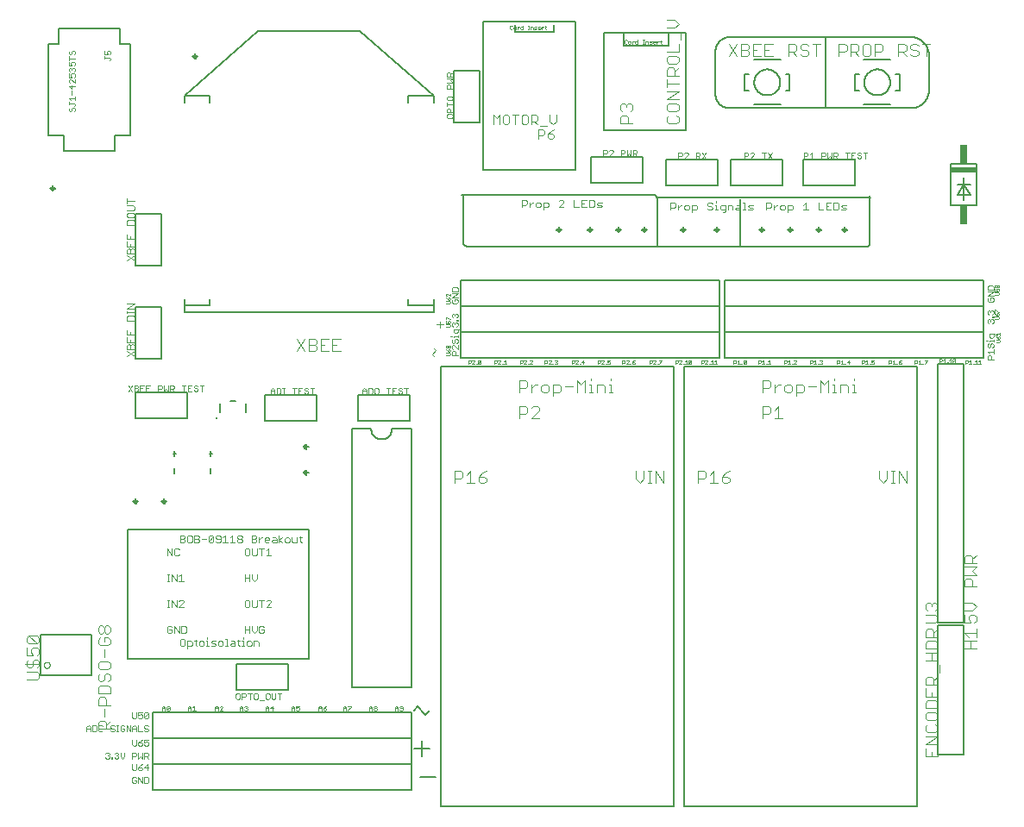
<source format=gto>
G75*
%MOIN*%
%OFA0B0*%
%FSLAX25Y25*%
%IPPOS*%
%LPD*%
%AMOC8*
5,1,8,0,0,1.08239X$1,22.5*
%
%ADD10C,0.00600*%
%ADD11C,0.00300*%
%ADD12C,0.00400*%
%ADD13C,0.00100*%
%ADD14C,0.00800*%
%ADD15C,0.00200*%
%ADD16C,0.00500*%
%ADD17C,0.01000*%
%ADD18C,0.00197*%
%ADD19R,0.10000X0.02000*%
%ADD20R,0.03000X0.07500*%
D10*
X0141678Y0059300D02*
X0141678Y0159300D01*
X0149178Y0159300D01*
X0149180Y0159174D01*
X0149186Y0159049D01*
X0149196Y0158924D01*
X0149210Y0158799D01*
X0149227Y0158674D01*
X0149249Y0158550D01*
X0149274Y0158427D01*
X0149304Y0158305D01*
X0149337Y0158184D01*
X0149374Y0158064D01*
X0149414Y0157945D01*
X0149459Y0157828D01*
X0149507Y0157711D01*
X0149559Y0157597D01*
X0149614Y0157484D01*
X0149673Y0157373D01*
X0149735Y0157264D01*
X0149801Y0157157D01*
X0149870Y0157052D01*
X0149942Y0156949D01*
X0150017Y0156848D01*
X0150096Y0156750D01*
X0150178Y0156655D01*
X0150262Y0156562D01*
X0150350Y0156472D01*
X0150440Y0156384D01*
X0150533Y0156300D01*
X0150628Y0156218D01*
X0150726Y0156139D01*
X0150827Y0156064D01*
X0150930Y0155992D01*
X0151035Y0155923D01*
X0151142Y0155857D01*
X0151251Y0155795D01*
X0151362Y0155736D01*
X0151475Y0155681D01*
X0151589Y0155629D01*
X0151706Y0155581D01*
X0151823Y0155536D01*
X0151942Y0155496D01*
X0152062Y0155459D01*
X0152183Y0155426D01*
X0152305Y0155396D01*
X0152428Y0155371D01*
X0152552Y0155349D01*
X0152677Y0155332D01*
X0152802Y0155318D01*
X0152927Y0155308D01*
X0153052Y0155302D01*
X0153178Y0155300D01*
X0153304Y0155302D01*
X0153429Y0155308D01*
X0153554Y0155318D01*
X0153679Y0155332D01*
X0153804Y0155349D01*
X0153928Y0155371D01*
X0154051Y0155396D01*
X0154173Y0155426D01*
X0154294Y0155459D01*
X0154414Y0155496D01*
X0154533Y0155536D01*
X0154650Y0155581D01*
X0154767Y0155629D01*
X0154881Y0155681D01*
X0154994Y0155736D01*
X0155105Y0155795D01*
X0155214Y0155857D01*
X0155321Y0155923D01*
X0155426Y0155992D01*
X0155529Y0156064D01*
X0155630Y0156139D01*
X0155728Y0156218D01*
X0155823Y0156300D01*
X0155916Y0156384D01*
X0156006Y0156472D01*
X0156094Y0156562D01*
X0156178Y0156655D01*
X0156260Y0156750D01*
X0156339Y0156848D01*
X0156414Y0156949D01*
X0156486Y0157052D01*
X0156555Y0157157D01*
X0156621Y0157264D01*
X0156683Y0157373D01*
X0156742Y0157484D01*
X0156797Y0157597D01*
X0156849Y0157711D01*
X0156897Y0157828D01*
X0156942Y0157945D01*
X0156982Y0158064D01*
X0157019Y0158184D01*
X0157052Y0158305D01*
X0157082Y0158427D01*
X0157107Y0158550D01*
X0157129Y0158674D01*
X0157146Y0158799D01*
X0157160Y0158924D01*
X0157170Y0159049D01*
X0157176Y0159174D01*
X0157178Y0159300D01*
X0164678Y0159300D01*
X0164678Y0059300D01*
X0141678Y0059300D01*
X0187268Y0229800D02*
X0259678Y0229800D01*
X0291678Y0229800D01*
X0291678Y0248264D01*
X0291678Y0229800D02*
X0340607Y0229800D01*
X0340672Y0229802D01*
X0340736Y0229808D01*
X0340800Y0229818D01*
X0340863Y0229831D01*
X0340926Y0229848D01*
X0340987Y0229870D01*
X0341047Y0229894D01*
X0341105Y0229923D01*
X0341161Y0229954D01*
X0341215Y0229990D01*
X0341268Y0230028D01*
X0341317Y0230069D01*
X0341364Y0230114D01*
X0341409Y0230161D01*
X0341450Y0230210D01*
X0341488Y0230263D01*
X0341524Y0230317D01*
X0341555Y0230373D01*
X0341584Y0230431D01*
X0341608Y0230491D01*
X0341630Y0230552D01*
X0341647Y0230615D01*
X0341660Y0230678D01*
X0341670Y0230742D01*
X0341676Y0230806D01*
X0341678Y0230871D01*
X0341678Y0249300D01*
X0342178Y0248800D02*
X0259678Y0248800D01*
X0259678Y0248264D01*
X0259678Y0229800D01*
X0259678Y0248264D02*
X0259676Y0248339D01*
X0259671Y0248415D01*
X0259661Y0248489D01*
X0259648Y0248564D01*
X0259632Y0248637D01*
X0259612Y0248710D01*
X0259588Y0248781D01*
X0259561Y0248852D01*
X0259531Y0248921D01*
X0259497Y0248988D01*
X0259459Y0249054D01*
X0259419Y0249117D01*
X0259376Y0249179D01*
X0259329Y0249238D01*
X0259280Y0249296D01*
X0259228Y0249350D01*
X0259174Y0249402D01*
X0259116Y0249451D01*
X0259057Y0249498D01*
X0258995Y0249541D01*
X0258932Y0249581D01*
X0258866Y0249619D01*
X0258799Y0249653D01*
X0258730Y0249683D01*
X0258659Y0249710D01*
X0258588Y0249734D01*
X0258515Y0249754D01*
X0258442Y0249770D01*
X0258367Y0249783D01*
X0258293Y0249793D01*
X0258217Y0249798D01*
X0258142Y0249800D01*
X0184178Y0249800D01*
X0184678Y0249300D02*
X0184678Y0231390D01*
X0184701Y0231302D01*
X0184728Y0231215D01*
X0184758Y0231129D01*
X0184793Y0231044D01*
X0184830Y0230961D01*
X0184871Y0230880D01*
X0184916Y0230800D01*
X0184964Y0230722D01*
X0185015Y0230647D01*
X0185069Y0230574D01*
X0185127Y0230503D01*
X0185187Y0230434D01*
X0185250Y0230368D01*
X0185316Y0230305D01*
X0185385Y0230245D01*
X0185456Y0230188D01*
X0185529Y0230134D01*
X0185605Y0230083D01*
X0185683Y0230035D01*
X0185762Y0229991D01*
X0185844Y0229950D01*
X0185927Y0229912D01*
X0186012Y0229878D01*
X0186098Y0229848D01*
X0186185Y0229822D01*
X0186273Y0229799D01*
X0186363Y0229780D01*
X0186453Y0229764D01*
X0186543Y0229753D01*
X0186634Y0229745D01*
X0186725Y0229741D01*
X0186816Y0229742D01*
X0186908Y0229746D01*
X0186998Y0229753D01*
X0187089Y0229765D01*
X0187179Y0229781D01*
X0187268Y0229800D01*
X0282178Y0288890D02*
X0282178Y0305210D01*
X0282180Y0305359D01*
X0282186Y0305508D01*
X0282196Y0305656D01*
X0282210Y0305804D01*
X0282227Y0305952D01*
X0282249Y0306099D01*
X0282275Y0306246D01*
X0282304Y0306392D01*
X0282338Y0306537D01*
X0282375Y0306681D01*
X0282416Y0306824D01*
X0282461Y0306966D01*
X0282509Y0307106D01*
X0282562Y0307246D01*
X0282618Y0307384D01*
X0282678Y0307520D01*
X0282741Y0307655D01*
X0282808Y0307788D01*
X0282878Y0307919D01*
X0282952Y0308048D01*
X0283029Y0308175D01*
X0283110Y0308300D01*
X0283194Y0308423D01*
X0283281Y0308544D01*
X0283371Y0308662D01*
X0283465Y0308778D01*
X0283561Y0308891D01*
X0283661Y0309002D01*
X0283763Y0309110D01*
X0283868Y0309215D01*
X0283976Y0309317D01*
X0284087Y0309417D01*
X0284200Y0309513D01*
X0284316Y0309607D01*
X0284434Y0309697D01*
X0284555Y0309784D01*
X0284678Y0309868D01*
X0284803Y0309949D01*
X0284930Y0310026D01*
X0285059Y0310100D01*
X0285190Y0310170D01*
X0285323Y0310237D01*
X0285458Y0310300D01*
X0285594Y0310360D01*
X0285732Y0310416D01*
X0285872Y0310469D01*
X0286012Y0310517D01*
X0286154Y0310562D01*
X0286297Y0310603D01*
X0286441Y0310640D01*
X0286586Y0310674D01*
X0286732Y0310703D01*
X0286879Y0310729D01*
X0287026Y0310751D01*
X0287174Y0310768D01*
X0287322Y0310782D01*
X0287470Y0310792D01*
X0287619Y0310798D01*
X0287768Y0310800D01*
X0324678Y0310800D01*
X0357607Y0310800D01*
X0357778Y0310798D01*
X0357949Y0310792D01*
X0358119Y0310781D01*
X0358289Y0310767D01*
X0358459Y0310748D01*
X0358629Y0310726D01*
X0358797Y0310699D01*
X0358966Y0310668D01*
X0359133Y0310633D01*
X0359299Y0310595D01*
X0359465Y0310552D01*
X0359629Y0310505D01*
X0359792Y0310454D01*
X0359954Y0310399D01*
X0360114Y0310340D01*
X0360273Y0310278D01*
X0360431Y0310212D01*
X0360587Y0310142D01*
X0360741Y0310068D01*
X0360893Y0309990D01*
X0361043Y0309909D01*
X0361192Y0309824D01*
X0361338Y0309736D01*
X0361482Y0309644D01*
X0361624Y0309548D01*
X0361763Y0309450D01*
X0361900Y0309347D01*
X0362035Y0309242D01*
X0362167Y0309133D01*
X0362296Y0309022D01*
X0362422Y0308907D01*
X0362546Y0308789D01*
X0362667Y0308668D01*
X0362785Y0308544D01*
X0362900Y0308418D01*
X0363011Y0308289D01*
X0363120Y0308157D01*
X0363225Y0308022D01*
X0363328Y0307885D01*
X0363426Y0307746D01*
X0363522Y0307604D01*
X0363614Y0307460D01*
X0363702Y0307314D01*
X0363787Y0307165D01*
X0363868Y0307015D01*
X0363946Y0306863D01*
X0364020Y0306709D01*
X0364090Y0306553D01*
X0364156Y0306395D01*
X0364218Y0306236D01*
X0364277Y0306076D01*
X0364332Y0305914D01*
X0364383Y0305751D01*
X0364430Y0305587D01*
X0364473Y0305421D01*
X0364511Y0305255D01*
X0364546Y0305088D01*
X0364577Y0304919D01*
X0364604Y0304751D01*
X0364626Y0304581D01*
X0364645Y0304411D01*
X0364659Y0304241D01*
X0364670Y0304071D01*
X0364676Y0303900D01*
X0364678Y0303729D01*
X0364678Y0290371D01*
X0364676Y0290200D01*
X0364670Y0290029D01*
X0364659Y0289859D01*
X0364645Y0289689D01*
X0364626Y0289519D01*
X0364604Y0289349D01*
X0364577Y0289181D01*
X0364546Y0289012D01*
X0364511Y0288845D01*
X0364473Y0288679D01*
X0364430Y0288513D01*
X0364383Y0288349D01*
X0364332Y0288186D01*
X0364277Y0288024D01*
X0364218Y0287864D01*
X0364156Y0287705D01*
X0364090Y0287547D01*
X0364020Y0287391D01*
X0363946Y0287237D01*
X0363868Y0287085D01*
X0363787Y0286935D01*
X0363702Y0286786D01*
X0363614Y0286640D01*
X0363522Y0286496D01*
X0363426Y0286354D01*
X0363328Y0286215D01*
X0363225Y0286078D01*
X0363120Y0285943D01*
X0363011Y0285811D01*
X0362900Y0285682D01*
X0362785Y0285556D01*
X0362667Y0285432D01*
X0362546Y0285311D01*
X0362422Y0285193D01*
X0362296Y0285078D01*
X0362167Y0284967D01*
X0362035Y0284858D01*
X0361900Y0284753D01*
X0361763Y0284650D01*
X0361624Y0284552D01*
X0361482Y0284456D01*
X0361338Y0284364D01*
X0361192Y0284276D01*
X0361043Y0284191D01*
X0360893Y0284110D01*
X0360741Y0284032D01*
X0360587Y0283958D01*
X0360431Y0283888D01*
X0360273Y0283822D01*
X0360114Y0283760D01*
X0359954Y0283701D01*
X0359792Y0283646D01*
X0359629Y0283595D01*
X0359465Y0283548D01*
X0359299Y0283505D01*
X0359133Y0283467D01*
X0358966Y0283432D01*
X0358797Y0283401D01*
X0358629Y0283374D01*
X0358459Y0283352D01*
X0358289Y0283333D01*
X0358119Y0283319D01*
X0357949Y0283308D01*
X0357778Y0283302D01*
X0357607Y0283300D01*
X0324678Y0283300D01*
X0324678Y0310800D01*
X0324678Y0283300D02*
X0287768Y0283300D01*
X0287619Y0283302D01*
X0287470Y0283308D01*
X0287322Y0283318D01*
X0287174Y0283332D01*
X0287026Y0283349D01*
X0286879Y0283371D01*
X0286732Y0283397D01*
X0286586Y0283426D01*
X0286441Y0283460D01*
X0286297Y0283497D01*
X0286154Y0283538D01*
X0286012Y0283583D01*
X0285872Y0283631D01*
X0285732Y0283684D01*
X0285594Y0283740D01*
X0285458Y0283800D01*
X0285323Y0283863D01*
X0285190Y0283930D01*
X0285059Y0284000D01*
X0284930Y0284074D01*
X0284803Y0284151D01*
X0284678Y0284232D01*
X0284555Y0284316D01*
X0284434Y0284403D01*
X0284316Y0284493D01*
X0284200Y0284587D01*
X0284087Y0284683D01*
X0283976Y0284783D01*
X0283868Y0284885D01*
X0283763Y0284990D01*
X0283661Y0285098D01*
X0283561Y0285209D01*
X0283465Y0285322D01*
X0283371Y0285438D01*
X0283281Y0285556D01*
X0283194Y0285677D01*
X0283110Y0285800D01*
X0283029Y0285925D01*
X0282952Y0286052D01*
X0282878Y0286181D01*
X0282808Y0286312D01*
X0282741Y0286445D01*
X0282678Y0286580D01*
X0282618Y0286716D01*
X0282562Y0286854D01*
X0282509Y0286994D01*
X0282461Y0287134D01*
X0282416Y0287276D01*
X0282375Y0287419D01*
X0282338Y0287563D01*
X0282304Y0287708D01*
X0282275Y0287854D01*
X0282249Y0288001D01*
X0282227Y0288148D01*
X0282210Y0288296D01*
X0282196Y0288444D01*
X0282186Y0288592D01*
X0282180Y0288741D01*
X0282178Y0288890D01*
X0373178Y0261800D02*
X0373178Y0245800D01*
X0383178Y0245800D01*
X0383178Y0261800D01*
X0373178Y0261800D01*
X0378178Y0256300D02*
X0378178Y0253800D01*
X0375678Y0253800D01*
X0378178Y0253800D02*
X0380678Y0253800D01*
X0378178Y0253800D02*
X0380678Y0249800D01*
X0375678Y0249800D01*
X0378178Y0253800D01*
X0378178Y0247800D01*
D11*
X0332737Y0245885D02*
X0331286Y0245885D01*
X0330802Y0245401D01*
X0331286Y0244917D01*
X0332253Y0244917D01*
X0332737Y0244434D01*
X0332253Y0243950D01*
X0330802Y0243950D01*
X0329790Y0244434D02*
X0329790Y0246369D01*
X0329307Y0246852D01*
X0327855Y0246852D01*
X0327855Y0243950D01*
X0329307Y0243950D01*
X0329790Y0244434D01*
X0326844Y0243950D02*
X0324909Y0243950D01*
X0324909Y0246852D01*
X0326844Y0246852D01*
X0325876Y0245401D02*
X0324909Y0245401D01*
X0323897Y0243950D02*
X0321962Y0243950D01*
X0321962Y0246852D01*
X0318004Y0243950D02*
X0316069Y0243950D01*
X0317037Y0243950D02*
X0317037Y0246852D01*
X0316069Y0245885D01*
X0312111Y0245401D02*
X0312111Y0244434D01*
X0311628Y0243950D01*
X0310176Y0243950D01*
X0310176Y0242983D02*
X0310176Y0245885D01*
X0311628Y0245885D01*
X0312111Y0245401D01*
X0309165Y0245401D02*
X0308681Y0245885D01*
X0307714Y0245885D01*
X0307230Y0245401D01*
X0307230Y0244434D01*
X0307714Y0243950D01*
X0308681Y0243950D01*
X0309165Y0244434D01*
X0309165Y0245401D01*
X0306226Y0245885D02*
X0305742Y0245885D01*
X0304774Y0244917D01*
X0304774Y0243950D02*
X0304774Y0245885D01*
X0303763Y0246369D02*
X0303763Y0245401D01*
X0303279Y0244917D01*
X0301828Y0244917D01*
X0301828Y0243950D02*
X0301828Y0246852D01*
X0303279Y0246852D01*
X0303763Y0246369D01*
X0296719Y0245885D02*
X0295268Y0245885D01*
X0294784Y0245401D01*
X0295268Y0244917D01*
X0296235Y0244917D01*
X0296719Y0244434D01*
X0296235Y0243950D01*
X0294784Y0243950D01*
X0293787Y0243950D02*
X0292820Y0243950D01*
X0293304Y0243950D02*
X0293304Y0246852D01*
X0292820Y0246852D01*
X0291808Y0245401D02*
X0291808Y0243950D01*
X0290357Y0243950D01*
X0289873Y0244434D01*
X0290357Y0244917D01*
X0291808Y0244917D01*
X0291808Y0245401D02*
X0291324Y0245885D01*
X0290357Y0245885D01*
X0288862Y0245401D02*
X0288862Y0243950D01*
X0288862Y0245401D02*
X0288378Y0245885D01*
X0286927Y0245885D01*
X0286927Y0243950D01*
X0285915Y0243950D02*
X0284464Y0243950D01*
X0283980Y0244434D01*
X0283980Y0245401D01*
X0284464Y0245885D01*
X0285915Y0245885D01*
X0285915Y0243466D01*
X0285431Y0242983D01*
X0284948Y0242983D01*
X0282983Y0243950D02*
X0282016Y0243950D01*
X0282500Y0243950D02*
X0282500Y0245885D01*
X0282016Y0245885D01*
X0282500Y0246852D02*
X0282500Y0247336D01*
X0281004Y0246369D02*
X0280521Y0246852D01*
X0279553Y0246852D01*
X0279069Y0246369D01*
X0279069Y0245885D01*
X0279553Y0245401D01*
X0280521Y0245401D01*
X0281004Y0244917D01*
X0281004Y0244434D01*
X0280521Y0243950D01*
X0279553Y0243950D01*
X0279069Y0244434D01*
X0275111Y0244434D02*
X0274628Y0243950D01*
X0273176Y0243950D01*
X0273176Y0242983D02*
X0273176Y0245885D01*
X0274628Y0245885D01*
X0275111Y0245401D01*
X0275111Y0244434D01*
X0272165Y0244434D02*
X0272165Y0245401D01*
X0271681Y0245885D01*
X0270714Y0245885D01*
X0270230Y0245401D01*
X0270230Y0244434D01*
X0270714Y0243950D01*
X0271681Y0243950D01*
X0272165Y0244434D01*
X0269226Y0245885D02*
X0268742Y0245885D01*
X0267774Y0244917D01*
X0267774Y0243950D02*
X0267774Y0245885D01*
X0266763Y0246369D02*
X0266763Y0245401D01*
X0266279Y0244917D01*
X0264828Y0244917D01*
X0264828Y0243950D02*
X0264828Y0246852D01*
X0266279Y0246852D01*
X0266763Y0246369D01*
X0238237Y0246885D02*
X0236786Y0246885D01*
X0236302Y0246401D01*
X0236786Y0245917D01*
X0237753Y0245917D01*
X0238237Y0245434D01*
X0237753Y0244950D01*
X0236302Y0244950D01*
X0235290Y0245434D02*
X0235290Y0247369D01*
X0234807Y0247852D01*
X0233355Y0247852D01*
X0233355Y0244950D01*
X0234807Y0244950D01*
X0235290Y0245434D01*
X0232344Y0244950D02*
X0230409Y0244950D01*
X0230409Y0247852D01*
X0232344Y0247852D01*
X0231376Y0246401D02*
X0230409Y0246401D01*
X0229397Y0244950D02*
X0227462Y0244950D01*
X0227462Y0247852D01*
X0223504Y0247369D02*
X0223504Y0246885D01*
X0221569Y0244950D01*
X0223504Y0244950D01*
X0223504Y0247369D02*
X0223021Y0247852D01*
X0222053Y0247852D01*
X0221569Y0247369D01*
X0217611Y0246401D02*
X0217611Y0245434D01*
X0217128Y0244950D01*
X0215676Y0244950D01*
X0215676Y0243983D02*
X0215676Y0246885D01*
X0217128Y0246885D01*
X0217611Y0246401D01*
X0214665Y0246401D02*
X0214181Y0246885D01*
X0213214Y0246885D01*
X0212730Y0246401D01*
X0212730Y0245434D01*
X0213214Y0244950D01*
X0214181Y0244950D01*
X0214665Y0245434D01*
X0214665Y0246401D01*
X0211726Y0246885D02*
X0211242Y0246885D01*
X0210274Y0245917D01*
X0210274Y0244950D02*
X0210274Y0246885D01*
X0209263Y0247369D02*
X0209263Y0246401D01*
X0208779Y0245917D01*
X0207328Y0245917D01*
X0207328Y0244950D02*
X0207328Y0247852D01*
X0208779Y0247852D01*
X0209263Y0247369D01*
X0213739Y0271513D02*
X0213739Y0275153D01*
X0215559Y0275153D01*
X0216166Y0274546D01*
X0216166Y0273333D01*
X0215559Y0272726D01*
X0213739Y0272726D01*
X0217364Y0273333D02*
X0217364Y0272120D01*
X0217971Y0271513D01*
X0219184Y0271513D01*
X0219791Y0272120D01*
X0219791Y0272726D01*
X0219184Y0273333D01*
X0217364Y0273333D01*
X0218577Y0274546D01*
X0219791Y0275153D01*
X0219365Y0277025D02*
X0218151Y0278238D01*
X0218151Y0280665D01*
X0220578Y0280665D02*
X0220578Y0278238D01*
X0219365Y0277025D01*
X0216953Y0276418D02*
X0214526Y0276418D01*
X0213328Y0277025D02*
X0212115Y0278238D01*
X0212721Y0278238D02*
X0210901Y0278238D01*
X0210901Y0277025D02*
X0210901Y0280665D01*
X0212721Y0280665D01*
X0213328Y0280058D01*
X0213328Y0278845D01*
X0212721Y0278238D01*
X0209703Y0277631D02*
X0209703Y0280058D01*
X0209096Y0280665D01*
X0207883Y0280665D01*
X0207276Y0280058D01*
X0207276Y0277631D01*
X0207883Y0277025D01*
X0209096Y0277025D01*
X0209703Y0277631D01*
X0206078Y0280665D02*
X0203651Y0280665D01*
X0204864Y0280665D02*
X0204864Y0277025D01*
X0202453Y0277631D02*
X0202453Y0280058D01*
X0201846Y0280665D01*
X0200632Y0280665D01*
X0200026Y0280058D01*
X0200026Y0277631D01*
X0200632Y0277025D01*
X0201846Y0277025D01*
X0202453Y0277631D01*
X0198827Y0277025D02*
X0198827Y0280665D01*
X0197614Y0279452D01*
X0196401Y0280665D01*
X0196401Y0277025D01*
X0175676Y0200919D02*
X0175676Y0198450D01*
X0174442Y0199684D02*
X0176911Y0199684D01*
D12*
X0173374Y0190569D02*
X0174141Y0189802D01*
X0172607Y0188267D01*
X0173374Y0187500D01*
X0206378Y0178104D02*
X0206378Y0173500D01*
X0206378Y0175035D02*
X0208680Y0175035D01*
X0209447Y0175802D01*
X0209447Y0177337D01*
X0208680Y0178104D01*
X0206378Y0178104D01*
X0210982Y0176569D02*
X0210982Y0173500D01*
X0210982Y0175035D02*
X0212516Y0176569D01*
X0213284Y0176569D01*
X0214818Y0175802D02*
X0214818Y0174267D01*
X0215586Y0173500D01*
X0217120Y0173500D01*
X0217888Y0174267D01*
X0217888Y0175802D01*
X0217120Y0176569D01*
X0215586Y0176569D01*
X0214818Y0175802D01*
X0219422Y0176569D02*
X0221724Y0176569D01*
X0222492Y0175802D01*
X0222492Y0174267D01*
X0221724Y0173500D01*
X0219422Y0173500D01*
X0219422Y0171965D02*
X0219422Y0176569D01*
X0224026Y0175802D02*
X0227096Y0175802D01*
X0228630Y0178104D02*
X0230165Y0176569D01*
X0231699Y0178104D01*
X0231699Y0173500D01*
X0233234Y0173500D02*
X0234769Y0173500D01*
X0234001Y0173500D02*
X0234001Y0176569D01*
X0233234Y0176569D01*
X0234001Y0178104D02*
X0234001Y0178871D01*
X0236303Y0176569D02*
X0238605Y0176569D01*
X0239373Y0175802D01*
X0239373Y0173500D01*
X0240907Y0173500D02*
X0242442Y0173500D01*
X0241675Y0173500D02*
X0241675Y0176569D01*
X0240907Y0176569D01*
X0241675Y0178104D02*
X0241675Y0178871D01*
X0236303Y0176569D02*
X0236303Y0173500D01*
X0228630Y0173500D02*
X0228630Y0178104D01*
X0214051Y0167337D02*
X0213284Y0168104D01*
X0211749Y0168104D01*
X0210982Y0167337D01*
X0209447Y0167337D02*
X0209447Y0165802D01*
X0208680Y0165035D01*
X0206378Y0165035D01*
X0206378Y0163500D02*
X0206378Y0168104D01*
X0208680Y0168104D01*
X0209447Y0167337D01*
X0210982Y0163500D02*
X0214051Y0166569D01*
X0214051Y0167337D01*
X0214051Y0163500D02*
X0210982Y0163500D01*
X0193655Y0143104D02*
X0192120Y0142337D01*
X0190586Y0140802D01*
X0192888Y0140802D01*
X0193655Y0140035D01*
X0193655Y0139267D01*
X0192888Y0138500D01*
X0191353Y0138500D01*
X0190586Y0139267D01*
X0190586Y0140802D01*
X0189051Y0138500D02*
X0185982Y0138500D01*
X0187516Y0138500D02*
X0187516Y0143104D01*
X0185982Y0141569D01*
X0184447Y0140802D02*
X0183680Y0140035D01*
X0181378Y0140035D01*
X0181378Y0138500D02*
X0181378Y0143104D01*
X0183680Y0143104D01*
X0184447Y0142337D01*
X0184447Y0140802D01*
X0137259Y0189500D02*
X0134190Y0189500D01*
X0134190Y0194104D01*
X0137259Y0194104D01*
X0135724Y0191802D02*
X0134190Y0191802D01*
X0132655Y0194104D02*
X0129586Y0194104D01*
X0129586Y0189500D01*
X0132655Y0189500D01*
X0131120Y0191802D02*
X0129586Y0191802D01*
X0128051Y0192569D02*
X0127284Y0191802D01*
X0124982Y0191802D01*
X0127284Y0191802D02*
X0128051Y0191035D01*
X0128051Y0190267D01*
X0127284Y0189500D01*
X0124982Y0189500D01*
X0124982Y0194104D01*
X0127284Y0194104D01*
X0128051Y0193337D01*
X0128051Y0192569D01*
X0123447Y0194104D02*
X0120378Y0189500D01*
X0123447Y0189500D02*
X0120378Y0194104D01*
X0245437Y0277500D02*
X0245437Y0279802D01*
X0246204Y0280569D01*
X0247739Y0280569D01*
X0248506Y0279802D01*
X0248506Y0277500D01*
X0250041Y0277500D02*
X0245437Y0277500D01*
X0246204Y0282104D02*
X0245437Y0282871D01*
X0245437Y0284406D01*
X0246204Y0285173D01*
X0246972Y0285173D01*
X0247739Y0284406D01*
X0248506Y0285173D01*
X0249274Y0285173D01*
X0250041Y0284406D01*
X0250041Y0282871D01*
X0249274Y0282104D01*
X0247739Y0283639D02*
X0247739Y0284406D01*
X0263311Y0284406D02*
X0264078Y0285173D01*
X0267148Y0285173D01*
X0267915Y0284406D01*
X0267915Y0282871D01*
X0267148Y0282104D01*
X0264078Y0282104D01*
X0263311Y0282871D01*
X0263311Y0284406D01*
X0263311Y0286708D02*
X0267915Y0289777D01*
X0263311Y0289777D01*
X0263311Y0291312D02*
X0263311Y0294381D01*
X0263311Y0292846D02*
X0267915Y0292846D01*
X0267915Y0295916D02*
X0263311Y0295916D01*
X0263311Y0298218D01*
X0264078Y0298985D01*
X0265613Y0298985D01*
X0266380Y0298218D01*
X0266380Y0295916D01*
X0266380Y0297450D02*
X0267915Y0298985D01*
X0267148Y0300520D02*
X0264078Y0300520D01*
X0263311Y0301287D01*
X0263311Y0302822D01*
X0264078Y0303589D01*
X0267148Y0303589D01*
X0267915Y0302822D01*
X0267915Y0301287D01*
X0267148Y0300520D01*
X0267915Y0305124D02*
X0263311Y0305124D01*
X0267915Y0305124D02*
X0267915Y0308193D01*
X0268682Y0309727D02*
X0268682Y0312797D01*
X0266380Y0314331D02*
X0267915Y0315866D01*
X0266380Y0317401D01*
X0263311Y0317401D01*
X0263311Y0314331D02*
X0266380Y0314331D01*
X0287378Y0308104D02*
X0290447Y0303500D01*
X0291982Y0303500D02*
X0294284Y0303500D01*
X0295051Y0304267D01*
X0295051Y0305035D01*
X0294284Y0305802D01*
X0291982Y0305802D01*
X0294284Y0305802D02*
X0295051Y0306569D01*
X0295051Y0307337D01*
X0294284Y0308104D01*
X0291982Y0308104D01*
X0291982Y0303500D01*
X0296586Y0303500D02*
X0296586Y0308104D01*
X0299655Y0308104D01*
X0301190Y0308104D02*
X0301190Y0303500D01*
X0304259Y0303500D01*
X0302724Y0305802D02*
X0301190Y0305802D01*
X0301190Y0308104D02*
X0304259Y0308104D01*
X0299655Y0303500D02*
X0296586Y0303500D01*
X0296586Y0305802D02*
X0298120Y0305802D01*
X0290447Y0308104D02*
X0287378Y0303500D01*
X0267915Y0286708D02*
X0263311Y0286708D01*
X0264078Y0280569D02*
X0263311Y0279802D01*
X0263311Y0278267D01*
X0264078Y0277500D01*
X0267148Y0277500D01*
X0267915Y0278267D01*
X0267915Y0279802D01*
X0267148Y0280569D01*
X0310397Y0303500D02*
X0310397Y0308104D01*
X0312699Y0308104D01*
X0313467Y0307337D01*
X0313467Y0305802D01*
X0312699Y0305035D01*
X0310397Y0305035D01*
X0311932Y0305035D02*
X0313467Y0303500D01*
X0315001Y0304267D02*
X0315769Y0303500D01*
X0317303Y0303500D01*
X0318071Y0304267D01*
X0318071Y0305035D01*
X0317303Y0305802D01*
X0315769Y0305802D01*
X0315001Y0306569D01*
X0315001Y0307337D01*
X0315769Y0308104D01*
X0317303Y0308104D01*
X0318071Y0307337D01*
X0319605Y0308104D02*
X0322675Y0308104D01*
X0321140Y0308104D02*
X0321140Y0303500D01*
X0329878Y0303500D02*
X0329878Y0308104D01*
X0332180Y0308104D01*
X0332947Y0307337D01*
X0332947Y0305802D01*
X0332180Y0305035D01*
X0329878Y0305035D01*
X0334482Y0305035D02*
X0336784Y0305035D01*
X0337551Y0305802D01*
X0337551Y0307337D01*
X0336784Y0308104D01*
X0334482Y0308104D01*
X0334482Y0303500D01*
X0336016Y0305035D02*
X0337551Y0303500D01*
X0339086Y0304267D02*
X0339853Y0303500D01*
X0341388Y0303500D01*
X0342155Y0304267D01*
X0342155Y0307337D01*
X0341388Y0308104D01*
X0339853Y0308104D01*
X0339086Y0307337D01*
X0339086Y0304267D01*
X0343690Y0303500D02*
X0343690Y0308104D01*
X0345992Y0308104D01*
X0346759Y0307337D01*
X0346759Y0305802D01*
X0345992Y0305035D01*
X0343690Y0305035D01*
X0352897Y0305035D02*
X0355199Y0305035D01*
X0355967Y0305802D01*
X0355967Y0307337D01*
X0355199Y0308104D01*
X0352897Y0308104D01*
X0352897Y0303500D01*
X0354432Y0305035D02*
X0355967Y0303500D01*
X0357501Y0304267D02*
X0358269Y0303500D01*
X0359803Y0303500D01*
X0360571Y0304267D01*
X0360571Y0305035D01*
X0359803Y0305802D01*
X0358269Y0305802D01*
X0357501Y0306569D01*
X0357501Y0307337D01*
X0358269Y0308104D01*
X0359803Y0308104D01*
X0360571Y0307337D01*
X0362105Y0308104D02*
X0365175Y0308104D01*
X0363640Y0308104D02*
X0363640Y0303500D01*
X0335675Y0178871D02*
X0335675Y0178104D01*
X0335675Y0176569D02*
X0335675Y0173500D01*
X0336442Y0173500D02*
X0334907Y0173500D01*
X0333373Y0173500D02*
X0333373Y0175802D01*
X0332605Y0176569D01*
X0330303Y0176569D01*
X0330303Y0173500D01*
X0328769Y0173500D02*
X0327234Y0173500D01*
X0328001Y0173500D02*
X0328001Y0176569D01*
X0327234Y0176569D01*
X0328001Y0178104D02*
X0328001Y0178871D01*
X0325699Y0178104D02*
X0324165Y0176569D01*
X0322630Y0178104D01*
X0322630Y0173500D01*
X0321096Y0175802D02*
X0318026Y0175802D01*
X0316492Y0175802D02*
X0316492Y0174267D01*
X0315724Y0173500D01*
X0313422Y0173500D01*
X0313422Y0171965D02*
X0313422Y0176569D01*
X0315724Y0176569D01*
X0316492Y0175802D01*
X0311888Y0175802D02*
X0311888Y0174267D01*
X0311120Y0173500D01*
X0309586Y0173500D01*
X0308818Y0174267D01*
X0308818Y0175802D01*
X0309586Y0176569D01*
X0311120Y0176569D01*
X0311888Y0175802D01*
X0307284Y0176569D02*
X0306516Y0176569D01*
X0304982Y0175035D01*
X0304982Y0176569D02*
X0304982Y0173500D01*
X0303447Y0175802D02*
X0302680Y0175035D01*
X0300378Y0175035D01*
X0300378Y0173500D02*
X0300378Y0178104D01*
X0302680Y0178104D01*
X0303447Y0177337D01*
X0303447Y0175802D01*
X0302680Y0168104D02*
X0300378Y0168104D01*
X0300378Y0163500D01*
X0300378Y0165035D02*
X0302680Y0165035D01*
X0303447Y0165802D01*
X0303447Y0167337D01*
X0302680Y0168104D01*
X0304982Y0166569D02*
X0306516Y0168104D01*
X0306516Y0163500D01*
X0304982Y0163500D02*
X0308051Y0163500D01*
X0325699Y0173500D02*
X0325699Y0178104D01*
X0334907Y0176569D02*
X0335675Y0176569D01*
X0345378Y0143104D02*
X0345378Y0140035D01*
X0346912Y0138500D01*
X0348447Y0140035D01*
X0348447Y0143104D01*
X0349982Y0143104D02*
X0351516Y0143104D01*
X0350749Y0143104D02*
X0350749Y0138500D01*
X0349982Y0138500D02*
X0351516Y0138500D01*
X0353051Y0138500D02*
X0353051Y0143104D01*
X0356120Y0138500D01*
X0356120Y0143104D01*
X0379141Y0110589D02*
X0380676Y0110589D01*
X0381443Y0109822D01*
X0381443Y0107520D01*
X0381443Y0109054D02*
X0382978Y0110589D01*
X0382978Y0107520D02*
X0378374Y0107520D01*
X0378374Y0109822D01*
X0379141Y0110589D01*
X0378374Y0105985D02*
X0382978Y0105985D01*
X0381443Y0104450D01*
X0382978Y0102916D01*
X0378374Y0102916D01*
X0379141Y0101381D02*
X0380676Y0101381D01*
X0381443Y0100614D01*
X0381443Y0098312D01*
X0382978Y0098312D02*
X0378374Y0098312D01*
X0378374Y0100614D01*
X0379141Y0101381D01*
X0378374Y0092173D02*
X0381443Y0092173D01*
X0382978Y0090639D01*
X0381443Y0089104D01*
X0378374Y0089104D01*
X0378374Y0087569D02*
X0378374Y0084500D01*
X0380676Y0084500D01*
X0379909Y0086035D01*
X0379909Y0086802D01*
X0380676Y0087569D01*
X0382211Y0087569D01*
X0382978Y0086802D01*
X0382978Y0085267D01*
X0382211Y0084500D01*
X0382978Y0081965D02*
X0382978Y0078896D01*
X0382978Y0077361D02*
X0378374Y0077361D01*
X0379909Y0078896D02*
X0378374Y0080431D01*
X0382978Y0080431D01*
X0380676Y0077361D02*
X0380676Y0074292D01*
X0382978Y0074292D02*
X0378374Y0074292D01*
X0367978Y0074292D02*
X0367978Y0076594D01*
X0367211Y0077361D01*
X0364141Y0077361D01*
X0363374Y0076594D01*
X0363374Y0074292D01*
X0367978Y0074292D01*
X0367978Y0072757D02*
X0363374Y0072757D01*
X0365676Y0072757D02*
X0365676Y0069688D01*
X0367978Y0069688D02*
X0363374Y0069688D01*
X0368745Y0068153D02*
X0368745Y0065084D01*
X0367978Y0063550D02*
X0366443Y0062015D01*
X0366443Y0062782D02*
X0366443Y0060480D01*
X0367978Y0060480D02*
X0363374Y0060480D01*
X0363374Y0062782D01*
X0364141Y0063550D01*
X0365676Y0063550D01*
X0366443Y0062782D01*
X0367978Y0058946D02*
X0367978Y0055876D01*
X0363374Y0055876D01*
X0363374Y0058946D01*
X0365676Y0057411D02*
X0365676Y0055876D01*
X0367211Y0054342D02*
X0364141Y0054342D01*
X0363374Y0053574D01*
X0363374Y0051272D01*
X0367978Y0051272D01*
X0367978Y0053574D01*
X0367211Y0054342D01*
X0367211Y0049738D02*
X0364141Y0049738D01*
X0363374Y0048970D01*
X0363374Y0047436D01*
X0364141Y0046668D01*
X0367211Y0046668D01*
X0367978Y0047436D01*
X0367978Y0048970D01*
X0367211Y0049738D01*
X0367211Y0045134D02*
X0367978Y0044367D01*
X0367978Y0042832D01*
X0367211Y0042065D01*
X0364141Y0042065D01*
X0363374Y0042832D01*
X0363374Y0044367D01*
X0364141Y0045134D01*
X0363374Y0040530D02*
X0367978Y0040530D01*
X0363374Y0037461D01*
X0367978Y0037461D01*
X0367978Y0035926D02*
X0367978Y0032857D01*
X0363374Y0032857D01*
X0363374Y0035926D01*
X0365676Y0034391D02*
X0365676Y0032857D01*
X0366443Y0078896D02*
X0366443Y0081198D01*
X0365676Y0081965D01*
X0364141Y0081965D01*
X0363374Y0081198D01*
X0363374Y0078896D01*
X0367978Y0078896D01*
X0366443Y0080431D02*
X0367978Y0081965D01*
X0367211Y0084500D02*
X0367978Y0085267D01*
X0367978Y0086802D01*
X0367211Y0087569D01*
X0363374Y0087569D01*
X0364141Y0089104D02*
X0363374Y0089871D01*
X0363374Y0091406D01*
X0364141Y0092173D01*
X0364909Y0092173D01*
X0365676Y0091406D01*
X0366443Y0092173D01*
X0367211Y0092173D01*
X0367978Y0091406D01*
X0367978Y0089871D01*
X0367211Y0089104D01*
X0365676Y0090639D02*
X0365676Y0091406D01*
X0367211Y0084500D02*
X0363374Y0084500D01*
X0287655Y0139267D02*
X0287655Y0140035D01*
X0286888Y0140802D01*
X0284586Y0140802D01*
X0284586Y0139267D01*
X0285353Y0138500D01*
X0286888Y0138500D01*
X0287655Y0139267D01*
X0284586Y0140802D02*
X0286120Y0142337D01*
X0287655Y0143104D01*
X0281516Y0143104D02*
X0281516Y0138500D01*
X0279982Y0138500D02*
X0283051Y0138500D01*
X0279982Y0141569D02*
X0281516Y0143104D01*
X0278447Y0142337D02*
X0278447Y0140802D01*
X0277680Y0140035D01*
X0275378Y0140035D01*
X0275378Y0138500D02*
X0275378Y0143104D01*
X0277680Y0143104D01*
X0278447Y0142337D01*
X0262120Y0143104D02*
X0262120Y0138500D01*
X0259051Y0143104D01*
X0259051Y0138500D01*
X0257516Y0138500D02*
X0255982Y0138500D01*
X0256749Y0138500D02*
X0256749Y0143104D01*
X0255982Y0143104D02*
X0257516Y0143104D01*
X0254447Y0143104D02*
X0254447Y0140035D01*
X0252912Y0138500D01*
X0251378Y0140035D01*
X0251378Y0143104D01*
X0048289Y0082509D02*
X0048289Y0080974D01*
X0047522Y0080207D01*
X0046754Y0080207D01*
X0045987Y0080974D01*
X0045987Y0082509D01*
X0046754Y0083276D01*
X0047522Y0083276D01*
X0048289Y0082509D01*
X0045987Y0082509D02*
X0045220Y0083276D01*
X0044452Y0083276D01*
X0043685Y0082509D01*
X0043685Y0080974D01*
X0044452Y0080207D01*
X0045220Y0080207D01*
X0045987Y0080974D01*
X0045987Y0078672D02*
X0045987Y0077138D01*
X0045987Y0078672D02*
X0047522Y0078672D01*
X0048289Y0077905D01*
X0048289Y0076370D01*
X0047522Y0075603D01*
X0044452Y0075603D01*
X0043685Y0076370D01*
X0043685Y0077905D01*
X0044452Y0078672D01*
X0045987Y0074068D02*
X0045987Y0070999D01*
X0047522Y0069465D02*
X0044452Y0069465D01*
X0043685Y0068697D01*
X0043685Y0067163D01*
X0044452Y0066395D01*
X0047522Y0066395D01*
X0048289Y0067163D01*
X0048289Y0068697D01*
X0047522Y0069465D01*
X0047522Y0064861D02*
X0048289Y0064093D01*
X0048289Y0062559D01*
X0047522Y0061791D01*
X0047522Y0060257D02*
X0044452Y0060257D01*
X0043685Y0059489D01*
X0043685Y0057187D01*
X0048289Y0057187D01*
X0048289Y0059489D01*
X0047522Y0060257D01*
X0045987Y0062559D02*
X0045987Y0064093D01*
X0046754Y0064861D01*
X0047522Y0064861D01*
X0045987Y0062559D02*
X0045220Y0061791D01*
X0044452Y0061791D01*
X0043685Y0062559D01*
X0043685Y0064093D01*
X0044452Y0064861D01*
X0044452Y0055653D02*
X0045987Y0055653D01*
X0046754Y0054885D01*
X0046754Y0052583D01*
X0048289Y0052583D02*
X0043685Y0052583D01*
X0043685Y0054885D01*
X0044452Y0055653D01*
X0045987Y0051049D02*
X0045987Y0047980D01*
X0045987Y0046445D02*
X0046754Y0045678D01*
X0046754Y0043376D01*
X0046754Y0044910D02*
X0048289Y0046445D01*
X0045987Y0046445D02*
X0044452Y0046445D01*
X0043685Y0045678D01*
X0043685Y0043376D01*
X0048289Y0043376D01*
X0020730Y0063226D02*
X0020730Y0064760D01*
X0019963Y0065528D01*
X0016126Y0065528D01*
X0016893Y0067062D02*
X0016126Y0067830D01*
X0016126Y0069364D01*
X0016893Y0070131D01*
X0018428Y0069364D02*
X0018428Y0067830D01*
X0017661Y0067062D01*
X0016893Y0067062D01*
X0015359Y0068597D02*
X0021497Y0068597D01*
X0020730Y0069364D02*
X0019963Y0070131D01*
X0019195Y0070131D01*
X0018428Y0069364D01*
X0020730Y0069364D02*
X0020730Y0067830D01*
X0019963Y0067062D01*
X0020730Y0063226D02*
X0019963Y0062458D01*
X0016126Y0062458D01*
X0016126Y0071666D02*
X0018428Y0071666D01*
X0017661Y0073201D01*
X0017661Y0073968D01*
X0018428Y0074735D01*
X0019963Y0074735D01*
X0020730Y0073968D01*
X0020730Y0072433D01*
X0019963Y0071666D01*
X0016126Y0071666D02*
X0016126Y0074735D01*
X0016893Y0076270D02*
X0016126Y0077037D01*
X0016126Y0078572D01*
X0016893Y0079339D01*
X0019963Y0076270D01*
X0020730Y0077037D01*
X0020730Y0078572D01*
X0019963Y0079339D01*
X0016893Y0079339D01*
X0016893Y0076270D02*
X0019963Y0076270D01*
D13*
X0178227Y0187850D02*
X0179394Y0187850D01*
X0179628Y0188084D01*
X0179628Y0188551D01*
X0179394Y0188784D01*
X0178227Y0188784D01*
X0178927Y0189231D02*
X0178460Y0189698D01*
X0178227Y0190165D01*
X0178460Y0190612D02*
X0178227Y0190846D01*
X0178227Y0191313D01*
X0178460Y0191546D01*
X0179394Y0190612D01*
X0179628Y0190846D01*
X0179628Y0191313D01*
X0179394Y0191546D01*
X0178460Y0191546D01*
X0178460Y0190612D02*
X0179394Y0190612D01*
X0179394Y0190165D02*
X0179161Y0190165D01*
X0178927Y0189932D01*
X0178927Y0189231D01*
X0179394Y0189231D01*
X0179628Y0189465D01*
X0179628Y0189932D01*
X0179394Y0190165D01*
X0186728Y0185851D02*
X0186728Y0184350D01*
X0186728Y0184850D02*
X0187479Y0184850D01*
X0187729Y0185101D01*
X0187729Y0185601D01*
X0187479Y0185851D01*
X0186728Y0185851D01*
X0188201Y0185601D02*
X0188451Y0185851D01*
X0188952Y0185851D01*
X0189202Y0185601D01*
X0189202Y0185351D01*
X0188201Y0184350D01*
X0189202Y0184350D01*
X0189674Y0184350D02*
X0189925Y0184350D01*
X0189925Y0184600D01*
X0189674Y0184600D01*
X0189674Y0184350D01*
X0190411Y0184600D02*
X0191412Y0185601D01*
X0191412Y0184600D01*
X0191162Y0184350D01*
X0190661Y0184350D01*
X0190411Y0184600D01*
X0190411Y0185601D01*
X0190661Y0185851D01*
X0191162Y0185851D01*
X0191412Y0185601D01*
X0196728Y0185851D02*
X0196728Y0184350D01*
X0196728Y0184850D02*
X0197479Y0184850D01*
X0197729Y0185101D01*
X0197729Y0185601D01*
X0197479Y0185851D01*
X0196728Y0185851D01*
X0198201Y0185601D02*
X0198451Y0185851D01*
X0198952Y0185851D01*
X0199202Y0185601D01*
X0199202Y0185351D01*
X0198201Y0184350D01*
X0199202Y0184350D01*
X0199674Y0184350D02*
X0199925Y0184350D01*
X0199925Y0184600D01*
X0199674Y0184600D01*
X0199674Y0184350D01*
X0200411Y0184350D02*
X0201412Y0184350D01*
X0200911Y0184350D02*
X0200911Y0185851D01*
X0200411Y0185351D01*
X0206728Y0185851D02*
X0206728Y0184350D01*
X0206728Y0184850D02*
X0207479Y0184850D01*
X0207729Y0185101D01*
X0207729Y0185601D01*
X0207479Y0185851D01*
X0206728Y0185851D01*
X0208201Y0185601D02*
X0208451Y0185851D01*
X0208952Y0185851D01*
X0209202Y0185601D01*
X0209202Y0185351D01*
X0208201Y0184350D01*
X0209202Y0184350D01*
X0209674Y0184350D02*
X0209925Y0184350D01*
X0209925Y0184600D01*
X0209674Y0184600D01*
X0209674Y0184350D01*
X0210411Y0184350D02*
X0211412Y0185351D01*
X0211412Y0185601D01*
X0211162Y0185851D01*
X0210661Y0185851D01*
X0210411Y0185601D01*
X0210411Y0184350D02*
X0211412Y0184350D01*
X0216228Y0184350D02*
X0216228Y0185851D01*
X0216979Y0185851D01*
X0217229Y0185601D01*
X0217229Y0185101D01*
X0216979Y0184850D01*
X0216228Y0184850D01*
X0217701Y0184350D02*
X0218702Y0185351D01*
X0218702Y0185601D01*
X0218452Y0185851D01*
X0217951Y0185851D01*
X0217701Y0185601D01*
X0217701Y0184350D02*
X0218702Y0184350D01*
X0219174Y0184350D02*
X0219425Y0184350D01*
X0219425Y0184600D01*
X0219174Y0184600D01*
X0219174Y0184350D01*
X0219911Y0184600D02*
X0220161Y0184350D01*
X0220662Y0184350D01*
X0220912Y0184600D01*
X0220912Y0184850D01*
X0220662Y0185101D01*
X0220411Y0185101D01*
X0220662Y0185101D02*
X0220912Y0185351D01*
X0220912Y0185601D01*
X0220662Y0185851D01*
X0220161Y0185851D01*
X0219911Y0185601D01*
X0226728Y0185851D02*
X0226728Y0184350D01*
X0226728Y0184850D02*
X0227479Y0184850D01*
X0227729Y0185101D01*
X0227729Y0185601D01*
X0227479Y0185851D01*
X0226728Y0185851D01*
X0228201Y0185601D02*
X0228451Y0185851D01*
X0228952Y0185851D01*
X0229202Y0185601D01*
X0229202Y0185351D01*
X0228201Y0184350D01*
X0229202Y0184350D01*
X0229674Y0184350D02*
X0229925Y0184350D01*
X0229925Y0184600D01*
X0229674Y0184600D01*
X0229674Y0184350D01*
X0230411Y0185101D02*
X0231162Y0185851D01*
X0231162Y0184350D01*
X0231412Y0185101D02*
X0230411Y0185101D01*
X0236728Y0184850D02*
X0237479Y0184850D01*
X0237729Y0185101D01*
X0237729Y0185601D01*
X0237479Y0185851D01*
X0236728Y0185851D01*
X0236728Y0184350D01*
X0238201Y0184350D02*
X0239202Y0185351D01*
X0239202Y0185601D01*
X0238952Y0185851D01*
X0238451Y0185851D01*
X0238201Y0185601D01*
X0238201Y0184350D02*
X0239202Y0184350D01*
X0239674Y0184350D02*
X0239925Y0184350D01*
X0239925Y0184600D01*
X0239674Y0184600D01*
X0239674Y0184350D01*
X0240411Y0184600D02*
X0240661Y0184350D01*
X0241162Y0184350D01*
X0241412Y0184600D01*
X0241412Y0185101D01*
X0241162Y0185351D01*
X0240911Y0185351D01*
X0240411Y0185101D01*
X0240411Y0185851D01*
X0241412Y0185851D01*
X0246228Y0185851D02*
X0246228Y0184350D01*
X0246228Y0184850D02*
X0246979Y0184850D01*
X0247229Y0185101D01*
X0247229Y0185601D01*
X0246979Y0185851D01*
X0246228Y0185851D01*
X0247701Y0185601D02*
X0247951Y0185851D01*
X0248452Y0185851D01*
X0248702Y0185601D01*
X0248702Y0185351D01*
X0247701Y0184350D01*
X0248702Y0184350D01*
X0249174Y0184350D02*
X0249425Y0184350D01*
X0249425Y0184600D01*
X0249174Y0184600D01*
X0249174Y0184350D01*
X0249911Y0184600D02*
X0250161Y0184350D01*
X0250662Y0184350D01*
X0250912Y0184600D01*
X0250912Y0184850D01*
X0250662Y0185101D01*
X0249911Y0185101D01*
X0249911Y0184600D01*
X0249911Y0185101D02*
X0250411Y0185601D01*
X0250912Y0185851D01*
X0256728Y0185851D02*
X0256728Y0184350D01*
X0256728Y0184850D02*
X0257479Y0184850D01*
X0257729Y0185101D01*
X0257729Y0185601D01*
X0257479Y0185851D01*
X0256728Y0185851D01*
X0258201Y0185601D02*
X0258451Y0185851D01*
X0258952Y0185851D01*
X0259202Y0185601D01*
X0259202Y0185351D01*
X0258201Y0184350D01*
X0259202Y0184350D01*
X0259674Y0184350D02*
X0259925Y0184350D01*
X0259925Y0184600D01*
X0259674Y0184600D01*
X0259674Y0184350D01*
X0260411Y0184350D02*
X0260411Y0184600D01*
X0261412Y0185601D01*
X0261412Y0185851D01*
X0260411Y0185851D01*
X0266728Y0185851D02*
X0266728Y0184350D01*
X0266728Y0184850D02*
X0267479Y0184850D01*
X0267729Y0185101D01*
X0267729Y0185601D01*
X0267479Y0185851D01*
X0266728Y0185851D01*
X0268201Y0185601D02*
X0268451Y0185851D01*
X0268952Y0185851D01*
X0269202Y0185601D01*
X0269202Y0185351D01*
X0268201Y0184350D01*
X0269202Y0184350D01*
X0269674Y0184350D02*
X0269925Y0184350D01*
X0269925Y0184600D01*
X0269674Y0184600D01*
X0269674Y0184350D01*
X0270411Y0184350D02*
X0271412Y0184350D01*
X0270911Y0184350D02*
X0270911Y0185851D01*
X0270411Y0185351D01*
X0271884Y0185601D02*
X0272134Y0185851D01*
X0272635Y0185851D01*
X0272885Y0185601D01*
X0271884Y0184600D01*
X0272134Y0184350D01*
X0272635Y0184350D01*
X0272885Y0184600D01*
X0272885Y0185601D01*
X0271884Y0185601D02*
X0271884Y0184600D01*
X0276728Y0184350D02*
X0276728Y0185851D01*
X0277479Y0185851D01*
X0277729Y0185601D01*
X0277729Y0185101D01*
X0277479Y0184850D01*
X0276728Y0184850D01*
X0278201Y0184350D02*
X0279202Y0185351D01*
X0279202Y0185601D01*
X0278952Y0185851D01*
X0278451Y0185851D01*
X0278201Y0185601D01*
X0278201Y0184350D02*
X0279202Y0184350D01*
X0279674Y0184350D02*
X0279925Y0184350D01*
X0279925Y0184600D01*
X0279674Y0184600D01*
X0279674Y0184350D01*
X0280411Y0184350D02*
X0281412Y0184350D01*
X0281884Y0184350D02*
X0282885Y0184350D01*
X0282385Y0184350D02*
X0282385Y0185851D01*
X0281884Y0185351D01*
X0280911Y0185851D02*
X0280911Y0184350D01*
X0280411Y0185351D02*
X0280911Y0185851D01*
X0289228Y0185851D02*
X0289228Y0184350D01*
X0289228Y0184850D02*
X0289979Y0184850D01*
X0290229Y0185101D01*
X0290229Y0185601D01*
X0289979Y0185851D01*
X0289228Y0185851D01*
X0290701Y0185351D02*
X0291202Y0185851D01*
X0291202Y0184350D01*
X0291702Y0184350D02*
X0290701Y0184350D01*
X0292174Y0184350D02*
X0292425Y0184350D01*
X0292425Y0184600D01*
X0292174Y0184600D01*
X0292174Y0184350D01*
X0292911Y0184600D02*
X0293912Y0185601D01*
X0293912Y0184600D01*
X0293662Y0184350D01*
X0293161Y0184350D01*
X0292911Y0184600D01*
X0292911Y0185601D01*
X0293161Y0185851D01*
X0293662Y0185851D01*
X0293912Y0185601D01*
X0298728Y0185851D02*
X0298728Y0184350D01*
X0298728Y0184850D02*
X0299479Y0184850D01*
X0299729Y0185101D01*
X0299729Y0185601D01*
X0299479Y0185851D01*
X0298728Y0185851D01*
X0300201Y0185351D02*
X0300702Y0185851D01*
X0300702Y0184350D01*
X0301202Y0184350D02*
X0300201Y0184350D01*
X0301674Y0184350D02*
X0301925Y0184350D01*
X0301925Y0184600D01*
X0301674Y0184600D01*
X0301674Y0184350D01*
X0302411Y0184350D02*
X0303412Y0184350D01*
X0302911Y0184350D02*
X0302911Y0185851D01*
X0302411Y0185351D01*
X0308728Y0185851D02*
X0308728Y0184350D01*
X0308728Y0184850D02*
X0309479Y0184850D01*
X0309729Y0185101D01*
X0309729Y0185601D01*
X0309479Y0185851D01*
X0308728Y0185851D01*
X0310201Y0185351D02*
X0310702Y0185851D01*
X0310702Y0184350D01*
X0311202Y0184350D02*
X0310201Y0184350D01*
X0311674Y0184350D02*
X0311925Y0184350D01*
X0311925Y0184600D01*
X0311674Y0184600D01*
X0311674Y0184350D01*
X0312411Y0184350D02*
X0313412Y0185351D01*
X0313412Y0185601D01*
X0313162Y0185851D01*
X0312661Y0185851D01*
X0312411Y0185601D01*
X0312411Y0184350D02*
X0313412Y0184350D01*
X0318728Y0184350D02*
X0318728Y0185851D01*
X0319479Y0185851D01*
X0319729Y0185601D01*
X0319729Y0185101D01*
X0319479Y0184850D01*
X0318728Y0184850D01*
X0320201Y0184350D02*
X0321202Y0184350D01*
X0321674Y0184350D02*
X0321925Y0184350D01*
X0321925Y0184600D01*
X0321674Y0184600D01*
X0321674Y0184350D01*
X0322411Y0184600D02*
X0322661Y0184350D01*
X0323162Y0184350D01*
X0323412Y0184600D01*
X0323412Y0184850D01*
X0323162Y0185101D01*
X0322911Y0185101D01*
X0323162Y0185101D02*
X0323412Y0185351D01*
X0323412Y0185601D01*
X0323162Y0185851D01*
X0322661Y0185851D01*
X0322411Y0185601D01*
X0320702Y0185851D02*
X0320702Y0184350D01*
X0320201Y0185351D02*
X0320702Y0185851D01*
X0329228Y0185851D02*
X0329228Y0184350D01*
X0329228Y0184850D02*
X0329979Y0184850D01*
X0330229Y0185101D01*
X0330229Y0185601D01*
X0329979Y0185851D01*
X0329228Y0185851D01*
X0330701Y0185351D02*
X0331202Y0185851D01*
X0331202Y0184350D01*
X0331702Y0184350D02*
X0330701Y0184350D01*
X0332174Y0184350D02*
X0332425Y0184350D01*
X0332425Y0184600D01*
X0332174Y0184600D01*
X0332174Y0184350D01*
X0332911Y0185101D02*
X0333912Y0185101D01*
X0333662Y0185851D02*
X0333662Y0184350D01*
X0332911Y0185101D02*
X0333662Y0185851D01*
X0338728Y0185851D02*
X0338728Y0184350D01*
X0338728Y0184850D02*
X0339479Y0184850D01*
X0339729Y0185101D01*
X0339729Y0185601D01*
X0339479Y0185851D01*
X0338728Y0185851D01*
X0340201Y0185351D02*
X0340702Y0185851D01*
X0340702Y0184350D01*
X0341202Y0184350D02*
X0340201Y0184350D01*
X0341674Y0184350D02*
X0341925Y0184350D01*
X0341925Y0184600D01*
X0341674Y0184600D01*
X0341674Y0184350D01*
X0342411Y0184600D02*
X0342661Y0184350D01*
X0343162Y0184350D01*
X0343412Y0184600D01*
X0343412Y0185101D01*
X0343162Y0185351D01*
X0342911Y0185351D01*
X0342411Y0185101D01*
X0342411Y0185851D01*
X0343412Y0185851D01*
X0349228Y0185851D02*
X0349228Y0184350D01*
X0349228Y0184850D02*
X0349979Y0184850D01*
X0350229Y0185101D01*
X0350229Y0185601D01*
X0349979Y0185851D01*
X0349228Y0185851D01*
X0350701Y0185351D02*
X0351202Y0185851D01*
X0351202Y0184350D01*
X0351702Y0184350D02*
X0350701Y0184350D01*
X0352174Y0184350D02*
X0352425Y0184350D01*
X0352425Y0184600D01*
X0352174Y0184600D01*
X0352174Y0184350D01*
X0352911Y0184600D02*
X0353161Y0184350D01*
X0353662Y0184350D01*
X0353912Y0184600D01*
X0353912Y0184850D01*
X0353662Y0185101D01*
X0352911Y0185101D01*
X0352911Y0184600D01*
X0352911Y0185101D02*
X0353411Y0185601D01*
X0353912Y0185851D01*
X0359228Y0185851D02*
X0359228Y0184350D01*
X0359228Y0184850D02*
X0359979Y0184850D01*
X0360229Y0185101D01*
X0360229Y0185601D01*
X0359979Y0185851D01*
X0359228Y0185851D01*
X0360701Y0185351D02*
X0361202Y0185851D01*
X0361202Y0184350D01*
X0361702Y0184350D02*
X0360701Y0184350D01*
X0362174Y0184350D02*
X0362425Y0184350D01*
X0362425Y0184600D01*
X0362174Y0184600D01*
X0362174Y0184350D01*
X0362911Y0184350D02*
X0362911Y0184600D01*
X0363912Y0185601D01*
X0363912Y0185851D01*
X0362911Y0185851D01*
X0368728Y0186351D02*
X0368728Y0184850D01*
X0368728Y0185350D02*
X0369479Y0185350D01*
X0369729Y0185601D01*
X0369729Y0186101D01*
X0369479Y0186351D01*
X0368728Y0186351D01*
X0370201Y0185851D02*
X0370702Y0186351D01*
X0370702Y0184850D01*
X0371202Y0184850D02*
X0370201Y0184850D01*
X0371674Y0184850D02*
X0371925Y0184850D01*
X0371925Y0185100D01*
X0371674Y0185100D01*
X0371674Y0184850D01*
X0372411Y0184850D02*
X0373412Y0184850D01*
X0372911Y0184850D02*
X0372911Y0186351D01*
X0372411Y0185851D01*
X0373884Y0186101D02*
X0373884Y0185100D01*
X0374885Y0186101D01*
X0374885Y0185100D01*
X0374635Y0184850D01*
X0374134Y0184850D01*
X0373884Y0185100D01*
X0373884Y0186101D02*
X0374134Y0186351D01*
X0374635Y0186351D01*
X0374885Y0186101D01*
X0378728Y0185851D02*
X0378728Y0184350D01*
X0378728Y0184850D02*
X0379479Y0184850D01*
X0379729Y0185101D01*
X0379729Y0185601D01*
X0379479Y0185851D01*
X0378728Y0185851D01*
X0380201Y0185351D02*
X0380702Y0185851D01*
X0380702Y0184350D01*
X0381202Y0184350D02*
X0380201Y0184350D01*
X0381674Y0184350D02*
X0381925Y0184350D01*
X0381925Y0184600D01*
X0381674Y0184600D01*
X0381674Y0184350D01*
X0382411Y0184350D02*
X0383412Y0184350D01*
X0383884Y0184350D02*
X0384885Y0184350D01*
X0384385Y0184350D02*
X0384385Y0185851D01*
X0383884Y0185351D01*
X0382911Y0185851D02*
X0382911Y0184350D01*
X0382411Y0185351D02*
X0382911Y0185851D01*
X0390727Y0192706D02*
X0391894Y0192706D01*
X0392128Y0192940D01*
X0392128Y0193407D01*
X0391894Y0193641D01*
X0390727Y0193641D01*
X0391427Y0194088D02*
X0391427Y0194788D01*
X0391661Y0195022D01*
X0391894Y0195022D01*
X0392128Y0194788D01*
X0392128Y0194321D01*
X0391894Y0194088D01*
X0391427Y0194088D01*
X0390960Y0194555D01*
X0390727Y0195022D01*
X0391194Y0195469D02*
X0390727Y0195936D01*
X0392128Y0195936D01*
X0392128Y0195469D02*
X0392128Y0196403D01*
X0391394Y0201706D02*
X0391628Y0201940D01*
X0391628Y0202407D01*
X0391394Y0202641D01*
X0390227Y0202641D01*
X0390927Y0203088D02*
X0390927Y0203788D01*
X0391161Y0204022D01*
X0391394Y0204022D01*
X0391628Y0203788D01*
X0391628Y0203321D01*
X0391394Y0203088D01*
X0390927Y0203088D01*
X0390460Y0203555D01*
X0390227Y0204022D01*
X0390227Y0204469D02*
X0390227Y0205403D01*
X0390460Y0205403D01*
X0391394Y0204469D01*
X0391628Y0204469D01*
X0391394Y0201706D02*
X0390227Y0201706D01*
X0390227Y0211206D02*
X0391394Y0211206D01*
X0391628Y0211440D01*
X0391628Y0211907D01*
X0391394Y0212141D01*
X0390227Y0212141D01*
X0390227Y0212588D02*
X0390927Y0212588D01*
X0390694Y0213055D01*
X0390694Y0213288D01*
X0390927Y0213522D01*
X0391394Y0213522D01*
X0391628Y0213288D01*
X0391628Y0212821D01*
X0391394Y0212588D01*
X0390227Y0212588D02*
X0390227Y0213522D01*
X0390460Y0213969D02*
X0390694Y0213969D01*
X0390927Y0214202D01*
X0390927Y0214669D01*
X0391161Y0214903D01*
X0391394Y0214903D01*
X0391628Y0214669D01*
X0391628Y0214202D01*
X0391394Y0213969D01*
X0391161Y0213969D01*
X0390927Y0214202D01*
X0390927Y0214669D02*
X0390694Y0214903D01*
X0390460Y0214903D01*
X0390227Y0214669D01*
X0390227Y0214202D01*
X0390460Y0213969D01*
X0261246Y0308250D02*
X0260996Y0308500D01*
X0260996Y0309501D01*
X0260746Y0309251D02*
X0261246Y0309251D01*
X0260269Y0309251D02*
X0260018Y0309251D01*
X0259518Y0308750D01*
X0259046Y0308750D02*
X0258045Y0308750D01*
X0258045Y0308500D02*
X0258045Y0309001D01*
X0258295Y0309251D01*
X0258795Y0309251D01*
X0259046Y0309001D01*
X0259046Y0308750D01*
X0258795Y0308250D02*
X0258295Y0308250D01*
X0258045Y0308500D01*
X0257572Y0308500D02*
X0257322Y0308750D01*
X0256822Y0308750D01*
X0256571Y0309001D01*
X0256822Y0309251D01*
X0257572Y0309251D01*
X0257572Y0308500D02*
X0257322Y0308250D01*
X0256571Y0308250D01*
X0256099Y0308250D02*
X0256099Y0309001D01*
X0255849Y0309251D01*
X0255098Y0309251D01*
X0255098Y0308250D01*
X0254616Y0308250D02*
X0254116Y0308250D01*
X0254366Y0308250D02*
X0254366Y0309751D01*
X0254116Y0309751D02*
X0254616Y0309751D01*
X0252170Y0309751D02*
X0252170Y0308250D01*
X0251420Y0308250D01*
X0251169Y0308500D01*
X0251169Y0309001D01*
X0251420Y0309251D01*
X0252170Y0309251D01*
X0250692Y0309251D02*
X0250442Y0309251D01*
X0249942Y0308750D01*
X0249942Y0308250D02*
X0249942Y0309251D01*
X0249469Y0309001D02*
X0249219Y0309251D01*
X0248719Y0309251D01*
X0248469Y0309001D01*
X0248469Y0308500D01*
X0248719Y0308250D01*
X0249219Y0308250D01*
X0249469Y0308500D01*
X0249469Y0309001D01*
X0247996Y0309501D02*
X0247746Y0309751D01*
X0247245Y0309751D01*
X0246995Y0309501D01*
X0246995Y0308500D01*
X0247245Y0308250D01*
X0247746Y0308250D01*
X0247996Y0308500D01*
X0259518Y0308250D02*
X0259518Y0309251D01*
X0216753Y0313775D02*
X0216507Y0314021D01*
X0216507Y0315005D01*
X0216261Y0314759D02*
X0216753Y0314759D01*
X0215791Y0314759D02*
X0215545Y0314759D01*
X0215053Y0314267D01*
X0214587Y0314267D02*
X0213603Y0314267D01*
X0213603Y0314021D02*
X0213603Y0314513D01*
X0213849Y0314759D01*
X0214341Y0314759D01*
X0214587Y0314513D01*
X0214587Y0314267D01*
X0214341Y0313775D02*
X0213849Y0313775D01*
X0213603Y0314021D01*
X0213137Y0314021D02*
X0212891Y0314267D01*
X0212399Y0314267D01*
X0212153Y0314513D01*
X0212399Y0314759D01*
X0213137Y0314759D01*
X0213137Y0314021D02*
X0212891Y0313775D01*
X0212153Y0313775D01*
X0211687Y0313775D02*
X0211687Y0314513D01*
X0211441Y0314759D01*
X0210703Y0314759D01*
X0210703Y0313775D01*
X0210228Y0313775D02*
X0209736Y0313775D01*
X0209982Y0313775D02*
X0209982Y0315251D01*
X0209736Y0315251D02*
X0210228Y0315251D01*
X0207820Y0315251D02*
X0207820Y0313775D01*
X0207082Y0313775D01*
X0206836Y0314021D01*
X0206836Y0314513D01*
X0207082Y0314759D01*
X0207820Y0314759D01*
X0206365Y0314759D02*
X0206119Y0314759D01*
X0205627Y0314267D01*
X0205627Y0313775D02*
X0205627Y0314759D01*
X0205161Y0314513D02*
X0204915Y0314759D01*
X0204423Y0314759D01*
X0204177Y0314513D01*
X0204177Y0314021D01*
X0204423Y0313775D01*
X0204915Y0313775D01*
X0205161Y0314021D01*
X0205161Y0314513D01*
X0203711Y0314021D02*
X0203465Y0313775D01*
X0202973Y0313775D01*
X0202727Y0314021D01*
X0202727Y0315005D01*
X0202973Y0315251D01*
X0203465Y0315251D01*
X0203711Y0315005D01*
X0215053Y0314759D02*
X0215053Y0313775D01*
X0179628Y0211546D02*
X0179628Y0210612D01*
X0178694Y0211546D01*
X0178460Y0211546D01*
X0178227Y0211313D01*
X0178227Y0210846D01*
X0178460Y0210612D01*
X0178227Y0210165D02*
X0178460Y0209698D01*
X0178927Y0209231D01*
X0178927Y0209932D01*
X0179161Y0210165D01*
X0179394Y0210165D01*
X0179628Y0209932D01*
X0179628Y0209465D01*
X0179394Y0209231D01*
X0178927Y0209231D01*
X0179394Y0208784D02*
X0178227Y0208784D01*
X0178227Y0207850D02*
X0179394Y0207850D01*
X0179628Y0208084D01*
X0179628Y0208551D01*
X0179394Y0208784D01*
X0178460Y0202546D02*
X0179394Y0201612D01*
X0179628Y0201612D01*
X0179394Y0201165D02*
X0179628Y0200932D01*
X0179628Y0200465D01*
X0179394Y0200231D01*
X0179394Y0199784D02*
X0178227Y0199784D01*
X0178227Y0200231D02*
X0178927Y0200231D01*
X0178694Y0200698D01*
X0178694Y0200932D01*
X0178927Y0201165D01*
X0179394Y0201165D01*
X0178227Y0201165D02*
X0178227Y0200231D01*
X0179394Y0199784D02*
X0179628Y0199551D01*
X0179628Y0199084D01*
X0179394Y0198850D01*
X0178227Y0198850D01*
X0178227Y0201612D02*
X0178227Y0202546D01*
X0178460Y0202546D01*
D14*
X0173406Y0204300D02*
X0173406Y0207253D01*
X0173406Y0209418D01*
X0173406Y0207253D02*
X0163564Y0207253D01*
X0163564Y0209418D01*
X0173406Y0204300D02*
X0076950Y0204300D01*
X0076950Y0207253D01*
X0086792Y0207253D01*
X0086792Y0209418D01*
X0076950Y0209418D02*
X0076950Y0207253D01*
X0094621Y0170091D02*
X0096735Y0170091D01*
X0100678Y0168991D02*
X0100678Y0165609D01*
X0090678Y0165609D02*
X0090678Y0168991D01*
X0086792Y0285402D02*
X0086792Y0287961D01*
X0076950Y0287961D01*
X0076950Y0285402D01*
X0076950Y0287961D02*
X0105493Y0312961D01*
X0144863Y0312961D01*
X0173406Y0287961D01*
X0163564Y0287961D01*
X0163564Y0285402D01*
X0173406Y0285402D02*
X0173406Y0287961D01*
X0293516Y0290150D02*
X0295091Y0290150D01*
X0293516Y0290150D02*
X0293516Y0296450D01*
X0295091Y0296450D01*
X0297060Y0301961D02*
X0307296Y0301961D01*
X0309264Y0296450D02*
X0310839Y0296450D01*
X0310839Y0290150D01*
X0309264Y0290150D01*
X0297178Y0293300D02*
X0297180Y0293441D01*
X0297186Y0293582D01*
X0297196Y0293722D01*
X0297210Y0293862D01*
X0297228Y0294002D01*
X0297249Y0294141D01*
X0297275Y0294280D01*
X0297304Y0294418D01*
X0297338Y0294554D01*
X0297375Y0294690D01*
X0297416Y0294825D01*
X0297461Y0294959D01*
X0297510Y0295091D01*
X0297562Y0295222D01*
X0297618Y0295351D01*
X0297678Y0295478D01*
X0297741Y0295604D01*
X0297807Y0295728D01*
X0297878Y0295851D01*
X0297951Y0295971D01*
X0298028Y0296089D01*
X0298108Y0296205D01*
X0298192Y0296318D01*
X0298278Y0296429D01*
X0298368Y0296538D01*
X0298461Y0296644D01*
X0298556Y0296747D01*
X0298655Y0296848D01*
X0298756Y0296946D01*
X0298860Y0297041D01*
X0298967Y0297133D01*
X0299076Y0297222D01*
X0299188Y0297307D01*
X0299302Y0297390D01*
X0299418Y0297470D01*
X0299537Y0297546D01*
X0299658Y0297618D01*
X0299780Y0297688D01*
X0299905Y0297753D01*
X0300031Y0297816D01*
X0300159Y0297874D01*
X0300289Y0297929D01*
X0300420Y0297981D01*
X0300553Y0298028D01*
X0300687Y0298072D01*
X0300822Y0298113D01*
X0300958Y0298149D01*
X0301095Y0298181D01*
X0301233Y0298210D01*
X0301371Y0298235D01*
X0301511Y0298255D01*
X0301651Y0298272D01*
X0301791Y0298285D01*
X0301932Y0298294D01*
X0302072Y0298299D01*
X0302213Y0298300D01*
X0302354Y0298297D01*
X0302495Y0298290D01*
X0302635Y0298279D01*
X0302775Y0298264D01*
X0302915Y0298245D01*
X0303054Y0298223D01*
X0303192Y0298196D01*
X0303330Y0298166D01*
X0303466Y0298131D01*
X0303602Y0298093D01*
X0303736Y0298051D01*
X0303870Y0298005D01*
X0304002Y0297956D01*
X0304132Y0297902D01*
X0304261Y0297845D01*
X0304388Y0297785D01*
X0304514Y0297721D01*
X0304637Y0297653D01*
X0304759Y0297582D01*
X0304879Y0297508D01*
X0304996Y0297430D01*
X0305111Y0297349D01*
X0305224Y0297265D01*
X0305335Y0297178D01*
X0305443Y0297087D01*
X0305548Y0296994D01*
X0305651Y0296897D01*
X0305751Y0296798D01*
X0305848Y0296696D01*
X0305942Y0296591D01*
X0306033Y0296484D01*
X0306121Y0296374D01*
X0306206Y0296262D01*
X0306288Y0296147D01*
X0306367Y0296030D01*
X0306442Y0295911D01*
X0306514Y0295790D01*
X0306582Y0295667D01*
X0306647Y0295542D01*
X0306709Y0295415D01*
X0306766Y0295286D01*
X0306821Y0295156D01*
X0306871Y0295025D01*
X0306918Y0294892D01*
X0306961Y0294758D01*
X0307000Y0294622D01*
X0307035Y0294486D01*
X0307067Y0294349D01*
X0307094Y0294211D01*
X0307118Y0294072D01*
X0307138Y0293932D01*
X0307154Y0293792D01*
X0307166Y0293652D01*
X0307174Y0293511D01*
X0307178Y0293370D01*
X0307178Y0293230D01*
X0307174Y0293089D01*
X0307166Y0292948D01*
X0307154Y0292808D01*
X0307138Y0292668D01*
X0307118Y0292528D01*
X0307094Y0292389D01*
X0307067Y0292251D01*
X0307035Y0292114D01*
X0307000Y0291978D01*
X0306961Y0291842D01*
X0306918Y0291708D01*
X0306871Y0291575D01*
X0306821Y0291444D01*
X0306766Y0291314D01*
X0306709Y0291185D01*
X0306647Y0291058D01*
X0306582Y0290933D01*
X0306514Y0290810D01*
X0306442Y0290689D01*
X0306367Y0290570D01*
X0306288Y0290453D01*
X0306206Y0290338D01*
X0306121Y0290226D01*
X0306033Y0290116D01*
X0305942Y0290009D01*
X0305848Y0289904D01*
X0305751Y0289802D01*
X0305651Y0289703D01*
X0305548Y0289606D01*
X0305443Y0289513D01*
X0305335Y0289422D01*
X0305224Y0289335D01*
X0305111Y0289251D01*
X0304996Y0289170D01*
X0304879Y0289092D01*
X0304759Y0289018D01*
X0304637Y0288947D01*
X0304514Y0288879D01*
X0304388Y0288815D01*
X0304261Y0288755D01*
X0304132Y0288698D01*
X0304002Y0288644D01*
X0303870Y0288595D01*
X0303736Y0288549D01*
X0303602Y0288507D01*
X0303466Y0288469D01*
X0303330Y0288434D01*
X0303192Y0288404D01*
X0303054Y0288377D01*
X0302915Y0288355D01*
X0302775Y0288336D01*
X0302635Y0288321D01*
X0302495Y0288310D01*
X0302354Y0288303D01*
X0302213Y0288300D01*
X0302072Y0288301D01*
X0301932Y0288306D01*
X0301791Y0288315D01*
X0301651Y0288328D01*
X0301511Y0288345D01*
X0301371Y0288365D01*
X0301233Y0288390D01*
X0301095Y0288419D01*
X0300958Y0288451D01*
X0300822Y0288487D01*
X0300687Y0288528D01*
X0300553Y0288572D01*
X0300420Y0288619D01*
X0300289Y0288671D01*
X0300159Y0288726D01*
X0300031Y0288784D01*
X0299905Y0288847D01*
X0299780Y0288912D01*
X0299658Y0288982D01*
X0299537Y0289054D01*
X0299418Y0289130D01*
X0299302Y0289210D01*
X0299188Y0289293D01*
X0299076Y0289378D01*
X0298967Y0289467D01*
X0298860Y0289559D01*
X0298756Y0289654D01*
X0298655Y0289752D01*
X0298556Y0289853D01*
X0298461Y0289956D01*
X0298368Y0290062D01*
X0298278Y0290171D01*
X0298192Y0290282D01*
X0298108Y0290395D01*
X0298028Y0290511D01*
X0297951Y0290629D01*
X0297878Y0290749D01*
X0297807Y0290872D01*
X0297741Y0290996D01*
X0297678Y0291122D01*
X0297618Y0291249D01*
X0297562Y0291378D01*
X0297510Y0291509D01*
X0297461Y0291641D01*
X0297416Y0291775D01*
X0297375Y0291910D01*
X0297338Y0292046D01*
X0297304Y0292182D01*
X0297275Y0292320D01*
X0297249Y0292459D01*
X0297228Y0292598D01*
X0297210Y0292738D01*
X0297196Y0292878D01*
X0297186Y0293018D01*
X0297180Y0293159D01*
X0297178Y0293300D01*
X0297060Y0284639D02*
X0307296Y0284639D01*
X0336016Y0290150D02*
X0337591Y0290150D01*
X0336016Y0290150D02*
X0336016Y0296450D01*
X0337591Y0296450D01*
X0339560Y0301961D02*
X0349796Y0301961D01*
X0351764Y0296450D02*
X0353339Y0296450D01*
X0353339Y0290150D01*
X0351764Y0290150D01*
X0349796Y0284639D02*
X0339560Y0284639D01*
X0339678Y0293300D02*
X0339680Y0293441D01*
X0339686Y0293582D01*
X0339696Y0293722D01*
X0339710Y0293862D01*
X0339728Y0294002D01*
X0339749Y0294141D01*
X0339775Y0294280D01*
X0339804Y0294418D01*
X0339838Y0294554D01*
X0339875Y0294690D01*
X0339916Y0294825D01*
X0339961Y0294959D01*
X0340010Y0295091D01*
X0340062Y0295222D01*
X0340118Y0295351D01*
X0340178Y0295478D01*
X0340241Y0295604D01*
X0340307Y0295728D01*
X0340378Y0295851D01*
X0340451Y0295971D01*
X0340528Y0296089D01*
X0340608Y0296205D01*
X0340692Y0296318D01*
X0340778Y0296429D01*
X0340868Y0296538D01*
X0340961Y0296644D01*
X0341056Y0296747D01*
X0341155Y0296848D01*
X0341256Y0296946D01*
X0341360Y0297041D01*
X0341467Y0297133D01*
X0341576Y0297222D01*
X0341688Y0297307D01*
X0341802Y0297390D01*
X0341918Y0297470D01*
X0342037Y0297546D01*
X0342158Y0297618D01*
X0342280Y0297688D01*
X0342405Y0297753D01*
X0342531Y0297816D01*
X0342659Y0297874D01*
X0342789Y0297929D01*
X0342920Y0297981D01*
X0343053Y0298028D01*
X0343187Y0298072D01*
X0343322Y0298113D01*
X0343458Y0298149D01*
X0343595Y0298181D01*
X0343733Y0298210D01*
X0343871Y0298235D01*
X0344011Y0298255D01*
X0344151Y0298272D01*
X0344291Y0298285D01*
X0344432Y0298294D01*
X0344572Y0298299D01*
X0344713Y0298300D01*
X0344854Y0298297D01*
X0344995Y0298290D01*
X0345135Y0298279D01*
X0345275Y0298264D01*
X0345415Y0298245D01*
X0345554Y0298223D01*
X0345692Y0298196D01*
X0345830Y0298166D01*
X0345966Y0298131D01*
X0346102Y0298093D01*
X0346236Y0298051D01*
X0346370Y0298005D01*
X0346502Y0297956D01*
X0346632Y0297902D01*
X0346761Y0297845D01*
X0346888Y0297785D01*
X0347014Y0297721D01*
X0347137Y0297653D01*
X0347259Y0297582D01*
X0347379Y0297508D01*
X0347496Y0297430D01*
X0347611Y0297349D01*
X0347724Y0297265D01*
X0347835Y0297178D01*
X0347943Y0297087D01*
X0348048Y0296994D01*
X0348151Y0296897D01*
X0348251Y0296798D01*
X0348348Y0296696D01*
X0348442Y0296591D01*
X0348533Y0296484D01*
X0348621Y0296374D01*
X0348706Y0296262D01*
X0348788Y0296147D01*
X0348867Y0296030D01*
X0348942Y0295911D01*
X0349014Y0295790D01*
X0349082Y0295667D01*
X0349147Y0295542D01*
X0349209Y0295415D01*
X0349266Y0295286D01*
X0349321Y0295156D01*
X0349371Y0295025D01*
X0349418Y0294892D01*
X0349461Y0294758D01*
X0349500Y0294622D01*
X0349535Y0294486D01*
X0349567Y0294349D01*
X0349594Y0294211D01*
X0349618Y0294072D01*
X0349638Y0293932D01*
X0349654Y0293792D01*
X0349666Y0293652D01*
X0349674Y0293511D01*
X0349678Y0293370D01*
X0349678Y0293230D01*
X0349674Y0293089D01*
X0349666Y0292948D01*
X0349654Y0292808D01*
X0349638Y0292668D01*
X0349618Y0292528D01*
X0349594Y0292389D01*
X0349567Y0292251D01*
X0349535Y0292114D01*
X0349500Y0291978D01*
X0349461Y0291842D01*
X0349418Y0291708D01*
X0349371Y0291575D01*
X0349321Y0291444D01*
X0349266Y0291314D01*
X0349209Y0291185D01*
X0349147Y0291058D01*
X0349082Y0290933D01*
X0349014Y0290810D01*
X0348942Y0290689D01*
X0348867Y0290570D01*
X0348788Y0290453D01*
X0348706Y0290338D01*
X0348621Y0290226D01*
X0348533Y0290116D01*
X0348442Y0290009D01*
X0348348Y0289904D01*
X0348251Y0289802D01*
X0348151Y0289703D01*
X0348048Y0289606D01*
X0347943Y0289513D01*
X0347835Y0289422D01*
X0347724Y0289335D01*
X0347611Y0289251D01*
X0347496Y0289170D01*
X0347379Y0289092D01*
X0347259Y0289018D01*
X0347137Y0288947D01*
X0347014Y0288879D01*
X0346888Y0288815D01*
X0346761Y0288755D01*
X0346632Y0288698D01*
X0346502Y0288644D01*
X0346370Y0288595D01*
X0346236Y0288549D01*
X0346102Y0288507D01*
X0345966Y0288469D01*
X0345830Y0288434D01*
X0345692Y0288404D01*
X0345554Y0288377D01*
X0345415Y0288355D01*
X0345275Y0288336D01*
X0345135Y0288321D01*
X0344995Y0288310D01*
X0344854Y0288303D01*
X0344713Y0288300D01*
X0344572Y0288301D01*
X0344432Y0288306D01*
X0344291Y0288315D01*
X0344151Y0288328D01*
X0344011Y0288345D01*
X0343871Y0288365D01*
X0343733Y0288390D01*
X0343595Y0288419D01*
X0343458Y0288451D01*
X0343322Y0288487D01*
X0343187Y0288528D01*
X0343053Y0288572D01*
X0342920Y0288619D01*
X0342789Y0288671D01*
X0342659Y0288726D01*
X0342531Y0288784D01*
X0342405Y0288847D01*
X0342280Y0288912D01*
X0342158Y0288982D01*
X0342037Y0289054D01*
X0341918Y0289130D01*
X0341802Y0289210D01*
X0341688Y0289293D01*
X0341576Y0289378D01*
X0341467Y0289467D01*
X0341360Y0289559D01*
X0341256Y0289654D01*
X0341155Y0289752D01*
X0341056Y0289853D01*
X0340961Y0289956D01*
X0340868Y0290062D01*
X0340778Y0290171D01*
X0340692Y0290282D01*
X0340608Y0290395D01*
X0340528Y0290511D01*
X0340451Y0290629D01*
X0340378Y0290749D01*
X0340307Y0290872D01*
X0340241Y0290996D01*
X0340178Y0291122D01*
X0340118Y0291249D01*
X0340062Y0291378D01*
X0340010Y0291509D01*
X0339961Y0291641D01*
X0339916Y0291775D01*
X0339875Y0291910D01*
X0339838Y0292046D01*
X0339804Y0292182D01*
X0339775Y0292320D01*
X0339749Y0292459D01*
X0339728Y0292598D01*
X0339710Y0292738D01*
X0339696Y0292878D01*
X0339686Y0293018D01*
X0339680Y0293159D01*
X0339678Y0293300D01*
X0171716Y0050408D02*
X0170182Y0048873D01*
X0167113Y0051943D01*
X0165578Y0050408D01*
X0168647Y0038873D02*
X0168647Y0032735D01*
X0165578Y0035804D02*
X0171716Y0035804D01*
X0174216Y0024804D02*
X0168078Y0024804D01*
D15*
X0046897Y0031900D02*
X0046513Y0032284D01*
X0046897Y0031900D02*
X0047664Y0031900D01*
X0048048Y0032284D01*
X0048048Y0032667D01*
X0047664Y0033051D01*
X0047280Y0033051D01*
X0047664Y0033051D02*
X0048048Y0033435D01*
X0048048Y0033818D01*
X0047664Y0034202D01*
X0046897Y0034202D01*
X0046513Y0033818D01*
X0048815Y0032284D02*
X0049199Y0032284D01*
X0049199Y0031900D01*
X0048815Y0031900D01*
X0048815Y0032284D01*
X0049966Y0032284D02*
X0050350Y0031900D01*
X0051117Y0031900D01*
X0051501Y0032284D01*
X0051501Y0032667D01*
X0051117Y0033051D01*
X0050733Y0033051D01*
X0051117Y0033051D02*
X0051501Y0033435D01*
X0051501Y0033818D01*
X0051117Y0034202D01*
X0050350Y0034202D01*
X0049966Y0033818D01*
X0052268Y0034202D02*
X0052268Y0032667D01*
X0053035Y0031900D01*
X0053803Y0032667D01*
X0053803Y0034202D01*
X0056872Y0034202D02*
X0056872Y0031900D01*
X0056872Y0032667D02*
X0058023Y0032667D01*
X0058407Y0033051D01*
X0058407Y0033818D01*
X0058023Y0034202D01*
X0056872Y0034202D01*
X0059174Y0034202D02*
X0059174Y0031900D01*
X0059941Y0032667D01*
X0060709Y0031900D01*
X0060709Y0034202D01*
X0061476Y0034202D02*
X0062627Y0034202D01*
X0063010Y0033818D01*
X0063010Y0033051D01*
X0062627Y0032667D01*
X0061476Y0032667D01*
X0061476Y0031900D02*
X0061476Y0034202D01*
X0062243Y0032667D02*
X0063010Y0031900D01*
X0062627Y0029702D02*
X0061476Y0028551D01*
X0063011Y0028551D01*
X0062627Y0027400D02*
X0062627Y0029702D01*
X0060709Y0029702D02*
X0059941Y0029318D01*
X0059174Y0028551D01*
X0060325Y0028551D01*
X0060709Y0028167D01*
X0060709Y0027784D01*
X0060325Y0027400D01*
X0059558Y0027400D01*
X0059174Y0027784D01*
X0059174Y0028551D01*
X0058407Y0027784D02*
X0058407Y0029702D01*
X0056872Y0029702D02*
X0056872Y0027784D01*
X0057256Y0027400D01*
X0058023Y0027400D01*
X0058407Y0027784D01*
X0058023Y0024702D02*
X0057256Y0024702D01*
X0056872Y0024318D01*
X0056872Y0022784D01*
X0057256Y0022400D01*
X0058023Y0022400D01*
X0058407Y0022784D01*
X0058407Y0023551D01*
X0057639Y0023551D01*
X0058407Y0024318D02*
X0058023Y0024702D01*
X0059174Y0024702D02*
X0060709Y0022400D01*
X0060709Y0024702D01*
X0061476Y0024702D02*
X0062627Y0024702D01*
X0063011Y0024318D01*
X0063011Y0022784D01*
X0062627Y0022400D01*
X0061476Y0022400D01*
X0061476Y0024702D01*
X0059174Y0024702D02*
X0059174Y0022400D01*
X0059558Y0036900D02*
X0059174Y0037284D01*
X0059174Y0038051D01*
X0060325Y0038051D01*
X0060709Y0037667D01*
X0060709Y0037284D01*
X0060325Y0036900D01*
X0059558Y0036900D01*
X0059174Y0038051D02*
X0059941Y0038818D01*
X0060709Y0039202D01*
X0061476Y0039202D02*
X0061476Y0038051D01*
X0062243Y0038435D01*
X0062627Y0038435D01*
X0063011Y0038051D01*
X0063011Y0037284D01*
X0062627Y0036900D01*
X0061860Y0036900D01*
X0061476Y0037284D01*
X0061476Y0039202D02*
X0063011Y0039202D01*
X0062627Y0042400D02*
X0061859Y0042400D01*
X0061476Y0042784D01*
X0061859Y0043551D02*
X0062627Y0043551D01*
X0063010Y0043167D01*
X0063010Y0042784D01*
X0062627Y0042400D01*
X0061859Y0043551D02*
X0061476Y0043935D01*
X0061476Y0044318D01*
X0061859Y0044702D01*
X0062627Y0044702D01*
X0063010Y0044318D01*
X0060708Y0042400D02*
X0059174Y0042400D01*
X0059174Y0044702D01*
X0058407Y0043935D02*
X0058407Y0042400D01*
X0058407Y0043551D02*
X0056872Y0043551D01*
X0056872Y0043935D02*
X0057639Y0044702D01*
X0058407Y0043935D01*
X0056872Y0043935D02*
X0056872Y0042400D01*
X0056105Y0042400D02*
X0056105Y0044702D01*
X0054570Y0044702D02*
X0056105Y0042400D01*
X0054570Y0042400D02*
X0054570Y0044702D01*
X0053803Y0044318D02*
X0053419Y0044702D01*
X0052652Y0044702D01*
X0052268Y0044318D01*
X0052268Y0042784D01*
X0052652Y0042400D01*
X0053419Y0042400D01*
X0053803Y0042784D01*
X0053803Y0043551D01*
X0053035Y0043551D01*
X0051501Y0044702D02*
X0050733Y0044702D01*
X0051117Y0044702D02*
X0051117Y0042400D01*
X0050733Y0042400D02*
X0051501Y0042400D01*
X0049966Y0042784D02*
X0049582Y0042400D01*
X0048815Y0042400D01*
X0048431Y0042784D01*
X0048815Y0043551D02*
X0049582Y0043551D01*
X0049966Y0043167D01*
X0049966Y0042784D01*
X0048815Y0043551D02*
X0048431Y0043935D01*
X0048431Y0044318D01*
X0048815Y0044702D01*
X0049582Y0044702D01*
X0049966Y0044318D01*
X0045362Y0044318D02*
X0044978Y0044702D01*
X0044211Y0044702D01*
X0043827Y0044318D01*
X0043827Y0042784D01*
X0044211Y0042400D01*
X0044978Y0042400D01*
X0045362Y0042784D01*
X0043060Y0042784D02*
X0043060Y0044318D01*
X0042676Y0044702D01*
X0041526Y0044702D01*
X0041526Y0042400D01*
X0042676Y0042400D01*
X0043060Y0042784D01*
X0040758Y0042400D02*
X0040758Y0043935D01*
X0039991Y0044702D01*
X0039224Y0043935D01*
X0039224Y0042400D01*
X0039224Y0043551D02*
X0040758Y0043551D01*
X0056872Y0047784D02*
X0057256Y0047400D01*
X0058023Y0047400D01*
X0058407Y0047784D01*
X0058407Y0049702D01*
X0059174Y0049702D02*
X0059174Y0048551D01*
X0059941Y0048935D01*
X0060325Y0048935D01*
X0060709Y0048551D01*
X0060709Y0047784D01*
X0060325Y0047400D01*
X0059558Y0047400D01*
X0059174Y0047784D01*
X0059174Y0049702D02*
X0060709Y0049702D01*
X0061476Y0049318D02*
X0061860Y0049702D01*
X0062627Y0049702D01*
X0063011Y0049318D01*
X0061476Y0047784D01*
X0061860Y0047400D01*
X0062627Y0047400D01*
X0063011Y0047784D01*
X0063011Y0049318D01*
X0061476Y0049318D02*
X0061476Y0047784D01*
X0056872Y0047784D02*
X0056872Y0049702D01*
X0056872Y0039202D02*
X0056872Y0037284D01*
X0057256Y0036900D01*
X0058023Y0036900D01*
X0058407Y0037284D01*
X0058407Y0039202D01*
X0068278Y0050400D02*
X0068278Y0051601D01*
X0068878Y0052202D01*
X0069479Y0051601D01*
X0069479Y0050400D01*
X0070119Y0050700D02*
X0071320Y0051901D01*
X0071320Y0050700D01*
X0071020Y0050400D01*
X0070420Y0050400D01*
X0070119Y0050700D01*
X0070119Y0051901D01*
X0070420Y0052202D01*
X0071020Y0052202D01*
X0071320Y0051901D01*
X0069479Y0051301D02*
X0068278Y0051301D01*
X0078278Y0051301D02*
X0079479Y0051301D01*
X0079479Y0051601D02*
X0079479Y0050400D01*
X0080119Y0050400D02*
X0081320Y0050400D01*
X0080720Y0050400D02*
X0080720Y0052202D01*
X0080119Y0051601D01*
X0079479Y0051601D02*
X0078878Y0052202D01*
X0078278Y0051601D01*
X0078278Y0050400D01*
X0088778Y0050400D02*
X0088778Y0051601D01*
X0089378Y0052202D01*
X0089979Y0051601D01*
X0089979Y0050400D01*
X0090619Y0050400D02*
X0091820Y0051601D01*
X0091820Y0051901D01*
X0091520Y0052202D01*
X0090920Y0052202D01*
X0090619Y0051901D01*
X0089979Y0051301D02*
X0088778Y0051301D01*
X0090619Y0050400D02*
X0091820Y0050400D01*
X0098278Y0050400D02*
X0098278Y0051601D01*
X0098878Y0052202D01*
X0099479Y0051601D01*
X0099479Y0050400D01*
X0100119Y0050700D02*
X0100420Y0050400D01*
X0101020Y0050400D01*
X0101320Y0050700D01*
X0101320Y0051001D01*
X0101020Y0051301D01*
X0100720Y0051301D01*
X0101020Y0051301D02*
X0101320Y0051601D01*
X0101320Y0051901D01*
X0101020Y0052202D01*
X0100420Y0052202D01*
X0100119Y0051901D01*
X0099479Y0051301D02*
X0098278Y0051301D01*
X0098013Y0054900D02*
X0098397Y0055284D01*
X0098397Y0056818D01*
X0098013Y0057202D01*
X0097246Y0057202D01*
X0096862Y0056818D01*
X0096862Y0055284D01*
X0097246Y0054900D01*
X0098013Y0054900D01*
X0099164Y0054900D02*
X0099164Y0057202D01*
X0100315Y0057202D01*
X0100699Y0056818D01*
X0100699Y0056051D01*
X0100315Y0055667D01*
X0099164Y0055667D01*
X0101466Y0057202D02*
X0103001Y0057202D01*
X0102233Y0057202D02*
X0102233Y0054900D01*
X0103768Y0055284D02*
X0104152Y0054900D01*
X0104919Y0054900D01*
X0105303Y0055284D01*
X0105303Y0056818D01*
X0104919Y0057202D01*
X0104152Y0057202D01*
X0103768Y0056818D01*
X0103768Y0055284D01*
X0106070Y0054516D02*
X0107605Y0054516D01*
X0108372Y0055284D02*
X0108756Y0054900D01*
X0109523Y0054900D01*
X0109907Y0055284D01*
X0109907Y0056818D01*
X0109523Y0057202D01*
X0108756Y0057202D01*
X0108372Y0056818D01*
X0108372Y0055284D01*
X0110674Y0055284D02*
X0111058Y0054900D01*
X0111825Y0054900D01*
X0112209Y0055284D01*
X0112209Y0057202D01*
X0112976Y0057202D02*
X0114510Y0057202D01*
X0113743Y0057202D02*
X0113743Y0054900D01*
X0110674Y0055284D02*
X0110674Y0057202D01*
X0111020Y0052202D02*
X0110119Y0051301D01*
X0111320Y0051301D01*
X0111020Y0050400D02*
X0111020Y0052202D01*
X0109479Y0051601D02*
X0108878Y0052202D01*
X0108278Y0051601D01*
X0108278Y0050400D01*
X0108278Y0051301D02*
X0109479Y0051301D01*
X0109479Y0051601D02*
X0109479Y0050400D01*
X0118278Y0050400D02*
X0118278Y0051601D01*
X0118878Y0052202D01*
X0119479Y0051601D01*
X0119479Y0050400D01*
X0120119Y0050700D02*
X0120420Y0050400D01*
X0121020Y0050400D01*
X0121320Y0050700D01*
X0121320Y0051301D01*
X0121020Y0051601D01*
X0120720Y0051601D01*
X0120119Y0051301D01*
X0120119Y0052202D01*
X0121320Y0052202D01*
X0119479Y0051301D02*
X0118278Y0051301D01*
X0128778Y0051301D02*
X0129979Y0051301D01*
X0129979Y0051601D02*
X0129979Y0050400D01*
X0130619Y0050700D02*
X0130920Y0050400D01*
X0131520Y0050400D01*
X0131820Y0050700D01*
X0131820Y0051001D01*
X0131520Y0051301D01*
X0130619Y0051301D01*
X0130619Y0050700D01*
X0130619Y0051301D02*
X0131220Y0051901D01*
X0131820Y0052202D01*
X0129979Y0051601D02*
X0129378Y0052202D01*
X0128778Y0051601D01*
X0128778Y0050400D01*
X0138278Y0050400D02*
X0138278Y0051601D01*
X0138878Y0052202D01*
X0139479Y0051601D01*
X0139479Y0050400D01*
X0140119Y0050400D02*
X0140119Y0050700D01*
X0141320Y0051901D01*
X0141320Y0052202D01*
X0140119Y0052202D01*
X0139479Y0051301D02*
X0138278Y0051301D01*
X0148278Y0051301D02*
X0149479Y0051301D01*
X0149479Y0051601D02*
X0149479Y0050400D01*
X0150119Y0050700D02*
X0150119Y0051001D01*
X0150420Y0051301D01*
X0151020Y0051301D01*
X0151320Y0051001D01*
X0151320Y0050700D01*
X0151020Y0050400D01*
X0150420Y0050400D01*
X0150119Y0050700D01*
X0150420Y0051301D02*
X0150119Y0051601D01*
X0150119Y0051901D01*
X0150420Y0052202D01*
X0151020Y0052202D01*
X0151320Y0051901D01*
X0151320Y0051601D01*
X0151020Y0051301D01*
X0149479Y0051601D02*
X0148878Y0052202D01*
X0148278Y0051601D01*
X0148278Y0050400D01*
X0158278Y0050400D02*
X0158278Y0051601D01*
X0158878Y0052202D01*
X0159479Y0051601D01*
X0159479Y0050400D01*
X0160119Y0050700D02*
X0160420Y0050400D01*
X0161020Y0050400D01*
X0161320Y0050700D01*
X0161320Y0051901D01*
X0161020Y0052202D01*
X0160420Y0052202D01*
X0160119Y0051901D01*
X0160119Y0051601D01*
X0160420Y0051301D01*
X0161320Y0051301D01*
X0159479Y0051301D02*
X0158278Y0051301D01*
X0107671Y0080867D02*
X0107671Y0081801D01*
X0106737Y0081801D01*
X0107671Y0080867D02*
X0107204Y0080400D01*
X0106270Y0080400D01*
X0105803Y0080867D01*
X0105803Y0082735D01*
X0106270Y0083202D01*
X0107204Y0083202D01*
X0107671Y0082735D01*
X0104908Y0083202D02*
X0104908Y0081334D01*
X0103974Y0080400D01*
X0103040Y0081334D01*
X0103040Y0083202D01*
X0102146Y0083202D02*
X0102146Y0080400D01*
X0102146Y0081801D02*
X0100278Y0081801D01*
X0100278Y0080400D02*
X0100278Y0083202D01*
X0099685Y0078669D02*
X0099685Y0078202D01*
X0099685Y0077268D02*
X0099218Y0077268D01*
X0099685Y0077268D02*
X0099685Y0075400D01*
X0099218Y0075400D02*
X0100152Y0075400D01*
X0101060Y0075867D02*
X0101527Y0075400D01*
X0102461Y0075400D01*
X0102928Y0075867D01*
X0102928Y0076801D01*
X0102461Y0077268D01*
X0101527Y0077268D01*
X0101060Y0076801D01*
X0101060Y0075867D01*
X0098311Y0075400D02*
X0097844Y0075867D01*
X0097844Y0077735D01*
X0097377Y0077268D02*
X0098311Y0077268D01*
X0096483Y0076801D02*
X0096483Y0075400D01*
X0095081Y0075400D01*
X0094614Y0075867D01*
X0095081Y0076334D01*
X0096483Y0076334D01*
X0096483Y0076801D02*
X0096016Y0077268D01*
X0095081Y0077268D01*
X0093240Y0078202D02*
X0093240Y0075400D01*
X0092773Y0075400D02*
X0093707Y0075400D01*
X0091879Y0075867D02*
X0091879Y0076801D01*
X0091412Y0077268D01*
X0090477Y0077268D01*
X0090010Y0076801D01*
X0090010Y0075867D01*
X0090477Y0075400D01*
X0091412Y0075400D01*
X0091879Y0075867D01*
X0092773Y0078202D02*
X0093240Y0078202D01*
X0089116Y0077268D02*
X0087715Y0077268D01*
X0087248Y0076801D01*
X0087715Y0076334D01*
X0088649Y0076334D01*
X0089116Y0075867D01*
X0088649Y0075400D01*
X0087248Y0075400D01*
X0086341Y0075400D02*
X0085406Y0075400D01*
X0085874Y0075400D02*
X0085874Y0077268D01*
X0085406Y0077268D01*
X0084512Y0076801D02*
X0084045Y0077268D01*
X0083111Y0077268D01*
X0082644Y0076801D01*
X0082644Y0075867D01*
X0083111Y0075400D01*
X0084045Y0075400D01*
X0084512Y0075867D01*
X0084512Y0076801D01*
X0085874Y0078202D02*
X0085874Y0078669D01*
X0081737Y0077268D02*
X0080803Y0077268D01*
X0081270Y0077735D02*
X0081270Y0075867D01*
X0081737Y0075400D01*
X0079908Y0075867D02*
X0079441Y0075400D01*
X0078040Y0075400D01*
X0078040Y0074466D02*
X0078040Y0077268D01*
X0079441Y0077268D01*
X0079908Y0076801D01*
X0079908Y0075867D01*
X0077146Y0075867D02*
X0077146Y0077735D01*
X0076679Y0078202D01*
X0075745Y0078202D01*
X0075278Y0077735D01*
X0075278Y0075867D01*
X0075745Y0075400D01*
X0076679Y0075400D01*
X0077146Y0075867D01*
X0077204Y0080400D02*
X0077671Y0080867D01*
X0077671Y0082735D01*
X0077204Y0083202D01*
X0075803Y0083202D01*
X0075803Y0080400D01*
X0077204Y0080400D01*
X0074908Y0080400D02*
X0074908Y0083202D01*
X0073040Y0083202D02*
X0074908Y0080400D01*
X0073040Y0080400D02*
X0073040Y0083202D01*
X0072146Y0082735D02*
X0071679Y0083202D01*
X0070745Y0083202D01*
X0070278Y0082735D01*
X0070278Y0080867D01*
X0070745Y0080400D01*
X0071679Y0080400D01*
X0072146Y0080867D01*
X0072146Y0081801D01*
X0071212Y0081801D01*
X0071212Y0090400D02*
X0070278Y0090400D01*
X0070745Y0090400D02*
X0070745Y0093202D01*
X0070278Y0093202D02*
X0071212Y0093202D01*
X0072119Y0093202D02*
X0073988Y0090400D01*
X0073988Y0093202D01*
X0074882Y0092735D02*
X0075349Y0093202D01*
X0076283Y0093202D01*
X0076750Y0092735D01*
X0076750Y0092268D01*
X0074882Y0090400D01*
X0076750Y0090400D01*
X0072119Y0090400D02*
X0072119Y0093202D01*
X0072119Y0100400D02*
X0072119Y0103202D01*
X0073988Y0100400D01*
X0073988Y0103202D01*
X0074882Y0102268D02*
X0075816Y0103202D01*
X0075816Y0100400D01*
X0074882Y0100400D02*
X0076750Y0100400D01*
X0071212Y0100400D02*
X0070278Y0100400D01*
X0070745Y0100400D02*
X0070745Y0103202D01*
X0070278Y0103202D02*
X0071212Y0103202D01*
X0070278Y0110400D02*
X0070278Y0113202D01*
X0072146Y0110400D01*
X0072146Y0113202D01*
X0073040Y0112735D02*
X0073040Y0110867D01*
X0073507Y0110400D01*
X0074441Y0110400D01*
X0074908Y0110867D01*
X0074908Y0112735D02*
X0074441Y0113202D01*
X0073507Y0113202D01*
X0073040Y0112735D01*
X0075278Y0115400D02*
X0076679Y0115400D01*
X0077146Y0115867D01*
X0077146Y0116334D01*
X0076679Y0116801D01*
X0075278Y0116801D01*
X0075278Y0115400D02*
X0075278Y0118202D01*
X0076679Y0118202D01*
X0077146Y0117735D01*
X0077146Y0117268D01*
X0076679Y0116801D01*
X0078040Y0115867D02*
X0078507Y0115400D01*
X0079441Y0115400D01*
X0079908Y0115867D01*
X0079908Y0117735D01*
X0079441Y0118202D01*
X0078507Y0118202D01*
X0078040Y0117735D01*
X0078040Y0115867D01*
X0080803Y0115400D02*
X0080803Y0118202D01*
X0082204Y0118202D01*
X0082671Y0117735D01*
X0082671Y0117268D01*
X0082204Y0116801D01*
X0080803Y0116801D01*
X0082204Y0116801D02*
X0082671Y0116334D01*
X0082671Y0115867D01*
X0082204Y0115400D01*
X0080803Y0115400D01*
X0083565Y0116801D02*
X0085433Y0116801D01*
X0086327Y0115867D02*
X0088196Y0117735D01*
X0088196Y0115867D01*
X0087728Y0115400D01*
X0086794Y0115400D01*
X0086327Y0115867D01*
X0086327Y0117735D01*
X0086794Y0118202D01*
X0087728Y0118202D01*
X0088196Y0117735D01*
X0089090Y0117735D02*
X0089090Y0117268D01*
X0089557Y0116801D01*
X0090958Y0116801D01*
X0090958Y0115867D02*
X0090958Y0117735D01*
X0090491Y0118202D01*
X0089557Y0118202D01*
X0089090Y0117735D01*
X0089090Y0115867D02*
X0089557Y0115400D01*
X0090491Y0115400D01*
X0090958Y0115867D01*
X0091852Y0115400D02*
X0093720Y0115400D01*
X0094614Y0115400D02*
X0096483Y0115400D01*
X0095548Y0115400D02*
X0095548Y0118202D01*
X0094614Y0117268D01*
X0092786Y0118202D02*
X0092786Y0115400D01*
X0091852Y0117268D02*
X0092786Y0118202D01*
X0097377Y0117735D02*
X0097377Y0117268D01*
X0097844Y0116801D01*
X0098778Y0116801D01*
X0099245Y0116334D01*
X0099245Y0115867D01*
X0098778Y0115400D01*
X0097844Y0115400D01*
X0097377Y0115867D01*
X0097377Y0116334D01*
X0097844Y0116801D01*
X0098778Y0116801D02*
X0099245Y0117268D01*
X0099245Y0117735D01*
X0098778Y0118202D01*
X0097844Y0118202D01*
X0097377Y0117735D01*
X0102901Y0118202D02*
X0102901Y0115400D01*
X0104303Y0115400D01*
X0104770Y0115867D01*
X0104770Y0116334D01*
X0104303Y0116801D01*
X0102901Y0116801D01*
X0102901Y0118202D02*
X0104303Y0118202D01*
X0104770Y0117735D01*
X0104770Y0117268D01*
X0104303Y0116801D01*
X0105664Y0116334D02*
X0106598Y0117268D01*
X0107065Y0117268D01*
X0107966Y0116801D02*
X0108433Y0117268D01*
X0109367Y0117268D01*
X0109834Y0116801D01*
X0109834Y0116334D01*
X0107966Y0116334D01*
X0107966Y0115867D02*
X0107966Y0116801D01*
X0107966Y0115867D02*
X0108433Y0115400D01*
X0109367Y0115400D01*
X0110728Y0115867D02*
X0111195Y0116334D01*
X0112596Y0116334D01*
X0112596Y0116801D02*
X0112596Y0115400D01*
X0111195Y0115400D01*
X0110728Y0115867D01*
X0111195Y0117268D02*
X0112129Y0117268D01*
X0112596Y0116801D01*
X0113490Y0116334D02*
X0114892Y0117268D01*
X0115792Y0116801D02*
X0115792Y0115867D01*
X0116259Y0115400D01*
X0117194Y0115400D01*
X0117661Y0115867D01*
X0117661Y0116801D01*
X0117194Y0117268D01*
X0116259Y0117268D01*
X0115792Y0116801D01*
X0114892Y0115400D02*
X0113490Y0116334D01*
X0113490Y0115400D02*
X0113490Y0118202D01*
X0118555Y0117268D02*
X0118555Y0115867D01*
X0119022Y0115400D01*
X0120423Y0115400D01*
X0120423Y0117268D01*
X0121317Y0117268D02*
X0122251Y0117268D01*
X0121784Y0117735D02*
X0121784Y0115867D01*
X0122251Y0115400D01*
X0110433Y0110400D02*
X0108565Y0110400D01*
X0109499Y0110400D02*
X0109499Y0113202D01*
X0108565Y0112268D01*
X0107671Y0113202D02*
X0105803Y0113202D01*
X0104908Y0113202D02*
X0104908Y0110867D01*
X0104441Y0110400D01*
X0103507Y0110400D01*
X0103040Y0110867D01*
X0103040Y0113202D01*
X0102146Y0112735D02*
X0101679Y0113202D01*
X0100745Y0113202D01*
X0100278Y0112735D01*
X0100278Y0110867D01*
X0100745Y0110400D01*
X0101679Y0110400D01*
X0102146Y0110867D01*
X0102146Y0112735D01*
X0105664Y0115400D02*
X0105664Y0117268D01*
X0106737Y0113202D02*
X0106737Y0110400D01*
X0104908Y0103202D02*
X0104908Y0101334D01*
X0103974Y0100400D01*
X0103040Y0101334D01*
X0103040Y0103202D01*
X0102146Y0103202D02*
X0102146Y0100400D01*
X0102146Y0101801D02*
X0100278Y0101801D01*
X0100278Y0100400D02*
X0100278Y0103202D01*
X0100745Y0093202D02*
X0100278Y0092735D01*
X0100278Y0090867D01*
X0100745Y0090400D01*
X0101679Y0090400D01*
X0102146Y0090867D01*
X0102146Y0092735D01*
X0101679Y0093202D01*
X0100745Y0093202D01*
X0103040Y0093202D02*
X0103040Y0090867D01*
X0103507Y0090400D01*
X0104441Y0090400D01*
X0104908Y0090867D01*
X0104908Y0093202D01*
X0105803Y0093202D02*
X0107671Y0093202D01*
X0106737Y0093202D02*
X0106737Y0090400D01*
X0108565Y0090400D02*
X0110433Y0092268D01*
X0110433Y0092735D01*
X0109966Y0093202D01*
X0109032Y0093202D01*
X0108565Y0092735D01*
X0108565Y0090400D02*
X0110433Y0090400D01*
X0105223Y0077268D02*
X0105690Y0076801D01*
X0105690Y0075400D01*
X0103822Y0075400D02*
X0103822Y0077268D01*
X0105223Y0077268D01*
X0110278Y0172900D02*
X0110278Y0174435D01*
X0111045Y0175202D01*
X0111812Y0174435D01*
X0111812Y0172900D01*
X0112580Y0172900D02*
X0113731Y0172900D01*
X0114114Y0173284D01*
X0114114Y0174818D01*
X0113731Y0175202D01*
X0112580Y0175202D01*
X0112580Y0172900D01*
X0111812Y0174051D02*
X0110278Y0174051D01*
X0114882Y0175202D02*
X0115649Y0175202D01*
X0115265Y0175202D02*
X0115265Y0172900D01*
X0114882Y0172900D02*
X0115649Y0172900D01*
X0116416Y0172516D02*
X0117951Y0172516D01*
X0119486Y0172900D02*
X0119486Y0175202D01*
X0120253Y0175202D02*
X0118718Y0175202D01*
X0121020Y0175202D02*
X0121020Y0172900D01*
X0122555Y0172900D01*
X0123322Y0173284D02*
X0123706Y0172900D01*
X0124473Y0172900D01*
X0124857Y0173284D01*
X0124857Y0173667D01*
X0124473Y0174051D01*
X0123706Y0174051D01*
X0123322Y0174435D01*
X0123322Y0174818D01*
X0123706Y0175202D01*
X0124473Y0175202D01*
X0124857Y0174818D01*
X0125624Y0175202D02*
X0127159Y0175202D01*
X0126392Y0175202D02*
X0126392Y0172900D01*
X0122555Y0175202D02*
X0121020Y0175202D01*
X0121020Y0174051D02*
X0121788Y0174051D01*
X0145778Y0174051D02*
X0147313Y0174051D01*
X0147313Y0174435D02*
X0147313Y0172900D01*
X0148080Y0172900D02*
X0149231Y0172900D01*
X0149614Y0173284D01*
X0149614Y0174818D01*
X0149231Y0175202D01*
X0148080Y0175202D01*
X0148080Y0172900D01*
X0147313Y0174435D02*
X0146545Y0175202D01*
X0145778Y0174435D01*
X0145778Y0172900D01*
X0150382Y0173284D02*
X0150765Y0172900D01*
X0151533Y0172900D01*
X0151916Y0173284D01*
X0151916Y0174818D01*
X0151533Y0175202D01*
X0150765Y0175202D01*
X0150382Y0174818D01*
X0150382Y0173284D01*
X0152684Y0172516D02*
X0154218Y0172516D01*
X0155753Y0172900D02*
X0155753Y0175202D01*
X0154986Y0175202D02*
X0156520Y0175202D01*
X0157288Y0175202D02*
X0157288Y0172900D01*
X0158822Y0172900D01*
X0159590Y0173284D02*
X0159973Y0172900D01*
X0160741Y0172900D01*
X0161124Y0173284D01*
X0161124Y0173667D01*
X0160741Y0174051D01*
X0159973Y0174051D01*
X0159590Y0174435D01*
X0159590Y0174818D01*
X0159973Y0175202D01*
X0160741Y0175202D01*
X0161124Y0174818D01*
X0161892Y0175202D02*
X0163426Y0175202D01*
X0162659Y0175202D02*
X0162659Y0172900D01*
X0158822Y0175202D02*
X0157288Y0175202D01*
X0157288Y0174051D02*
X0158055Y0174051D01*
X0180276Y0187900D02*
X0180276Y0189051D01*
X0180660Y0189435D01*
X0181427Y0189435D01*
X0181811Y0189051D01*
X0181811Y0187900D01*
X0182578Y0187900D02*
X0180276Y0187900D01*
X0180660Y0190202D02*
X0180276Y0190586D01*
X0180276Y0191353D01*
X0180660Y0191737D01*
X0181043Y0191737D01*
X0182578Y0190202D01*
X0182578Y0191737D01*
X0182194Y0192504D02*
X0182578Y0192888D01*
X0182578Y0193655D01*
X0182194Y0194039D01*
X0181811Y0194039D01*
X0181427Y0193655D01*
X0181427Y0192888D01*
X0181043Y0192504D01*
X0180660Y0192504D01*
X0180276Y0192888D01*
X0180276Y0193655D01*
X0180660Y0194039D01*
X0181043Y0194806D02*
X0181043Y0195190D01*
X0182578Y0195190D01*
X0182578Y0195573D02*
X0182578Y0194806D01*
X0182194Y0196341D02*
X0182578Y0196724D01*
X0182578Y0197875D01*
X0182962Y0197875D02*
X0181043Y0197875D01*
X0181043Y0196724D01*
X0181427Y0196341D01*
X0182194Y0196341D01*
X0183345Y0197108D02*
X0183345Y0197491D01*
X0182962Y0197875D01*
X0182194Y0198900D02*
X0182578Y0199284D01*
X0182578Y0200051D01*
X0182194Y0200435D01*
X0181811Y0200435D01*
X0181427Y0200051D01*
X0181427Y0199667D01*
X0181427Y0200051D02*
X0181043Y0200435D01*
X0180660Y0200435D01*
X0180276Y0200051D01*
X0180276Y0199284D01*
X0180660Y0198900D01*
X0182194Y0201202D02*
X0182194Y0201586D01*
X0182578Y0201586D01*
X0182578Y0201202D01*
X0182194Y0201202D01*
X0182194Y0202353D02*
X0182578Y0202737D01*
X0182578Y0203504D01*
X0182194Y0203888D01*
X0181811Y0203888D01*
X0181427Y0203504D01*
X0181427Y0203120D01*
X0181427Y0203504D02*
X0181043Y0203888D01*
X0180660Y0203888D01*
X0180276Y0203504D01*
X0180276Y0202737D01*
X0180660Y0202353D01*
X0180660Y0207900D02*
X0182194Y0207900D01*
X0182578Y0208284D01*
X0182578Y0209051D01*
X0182194Y0209435D01*
X0181427Y0209435D01*
X0181427Y0208667D01*
X0180660Y0207900D02*
X0180276Y0208284D01*
X0180276Y0209051D01*
X0180660Y0209435D01*
X0180276Y0210202D02*
X0182578Y0211737D01*
X0180276Y0211737D01*
X0180276Y0212504D02*
X0180276Y0213655D01*
X0180660Y0214039D01*
X0182194Y0214039D01*
X0182578Y0213655D01*
X0182578Y0212504D01*
X0180276Y0212504D01*
X0180276Y0210202D02*
X0182578Y0210202D01*
X0180276Y0195190D02*
X0179892Y0195190D01*
X0238778Y0264900D02*
X0238778Y0267202D01*
X0239929Y0267202D01*
X0240312Y0266818D01*
X0240312Y0266051D01*
X0239929Y0265667D01*
X0238778Y0265667D01*
X0241080Y0264900D02*
X0242614Y0266435D01*
X0242614Y0266818D01*
X0242231Y0267202D01*
X0241463Y0267202D01*
X0241080Y0266818D01*
X0241080Y0264900D02*
X0242614Y0264900D01*
X0243382Y0264516D02*
X0244916Y0264516D01*
X0245684Y0264900D02*
X0245684Y0267202D01*
X0246835Y0267202D01*
X0247218Y0266818D01*
X0247218Y0266051D01*
X0246835Y0265667D01*
X0245684Y0265667D01*
X0247986Y0264900D02*
X0247986Y0267202D01*
X0249520Y0267202D02*
X0249520Y0264900D01*
X0248753Y0265667D01*
X0247986Y0264900D01*
X0250288Y0264900D02*
X0250288Y0267202D01*
X0251439Y0267202D01*
X0251822Y0266818D01*
X0251822Y0266051D01*
X0251439Y0265667D01*
X0250288Y0265667D01*
X0251055Y0265667D02*
X0251822Y0264900D01*
X0267778Y0264667D02*
X0268929Y0264667D01*
X0269313Y0265051D01*
X0269313Y0265818D01*
X0268929Y0266202D01*
X0267778Y0266202D01*
X0267778Y0263900D01*
X0270080Y0263900D02*
X0271614Y0265435D01*
X0271614Y0265818D01*
X0271231Y0266202D01*
X0270463Y0266202D01*
X0270080Y0265818D01*
X0270080Y0263900D02*
X0271614Y0263900D01*
X0272382Y0263516D02*
X0273916Y0263516D01*
X0274684Y0263900D02*
X0274684Y0266202D01*
X0275835Y0266202D01*
X0276218Y0265818D01*
X0276218Y0265051D01*
X0275835Y0264667D01*
X0274684Y0264667D01*
X0275451Y0264667D02*
X0276218Y0263900D01*
X0276986Y0263900D02*
X0278520Y0266202D01*
X0276986Y0266202D02*
X0278520Y0263900D01*
X0293278Y0263900D02*
X0293278Y0266202D01*
X0294429Y0266202D01*
X0294813Y0265818D01*
X0294813Y0265051D01*
X0294429Y0264667D01*
X0293278Y0264667D01*
X0295580Y0263900D02*
X0297114Y0265435D01*
X0297114Y0265818D01*
X0296731Y0266202D01*
X0295963Y0266202D01*
X0295580Y0265818D01*
X0295580Y0263900D02*
X0297114Y0263900D01*
X0297882Y0263516D02*
X0299416Y0263516D01*
X0300951Y0263900D02*
X0300951Y0266202D01*
X0300184Y0266202D02*
X0301718Y0266202D01*
X0302486Y0266202D02*
X0304020Y0263900D01*
X0302486Y0263900D02*
X0304020Y0266202D01*
X0316278Y0266202D02*
X0317429Y0266202D01*
X0317813Y0265818D01*
X0317813Y0265051D01*
X0317429Y0264667D01*
X0316278Y0264667D01*
X0316278Y0263900D02*
X0316278Y0266202D01*
X0318580Y0265435D02*
X0319347Y0266202D01*
X0319347Y0263900D01*
X0318580Y0263900D02*
X0320114Y0263900D01*
X0320882Y0263516D02*
X0322416Y0263516D01*
X0323184Y0263900D02*
X0323184Y0266202D01*
X0324335Y0266202D01*
X0324718Y0265818D01*
X0324718Y0265051D01*
X0324335Y0264667D01*
X0323184Y0264667D01*
X0325486Y0263900D02*
X0326253Y0264667D01*
X0327020Y0263900D01*
X0327020Y0266202D01*
X0327788Y0266202D02*
X0328939Y0266202D01*
X0329322Y0265818D01*
X0329322Y0265051D01*
X0328939Y0264667D01*
X0327788Y0264667D01*
X0328555Y0264667D02*
X0329322Y0263900D01*
X0330090Y0263516D02*
X0331624Y0263516D01*
X0333159Y0263900D02*
X0333159Y0266202D01*
X0332392Y0266202D02*
X0333926Y0266202D01*
X0334694Y0266202D02*
X0334694Y0263900D01*
X0336228Y0263900D01*
X0336995Y0264284D02*
X0337379Y0263900D01*
X0338146Y0263900D01*
X0338530Y0264284D01*
X0338530Y0264667D01*
X0338146Y0265051D01*
X0337379Y0265051D01*
X0336995Y0265435D01*
X0336995Y0265818D01*
X0337379Y0266202D01*
X0338146Y0266202D01*
X0338530Y0265818D01*
X0339297Y0266202D02*
X0340832Y0266202D01*
X0340065Y0266202D02*
X0340065Y0263900D01*
X0336228Y0266202D02*
X0334694Y0266202D01*
X0334694Y0265051D02*
X0335461Y0265051D01*
X0327788Y0263900D02*
X0327788Y0266202D01*
X0325486Y0266202D02*
X0325486Y0263900D01*
X0387276Y0214249D02*
X0387276Y0213098D01*
X0389578Y0213098D01*
X0389578Y0214249D01*
X0389194Y0214633D01*
X0387660Y0214633D01*
X0387276Y0214249D01*
X0387276Y0212331D02*
X0389578Y0212331D01*
X0387276Y0210796D01*
X0389578Y0210796D01*
X0389194Y0210029D02*
X0388427Y0210029D01*
X0388427Y0209261D01*
X0387660Y0208494D02*
X0389194Y0208494D01*
X0389578Y0208878D01*
X0389578Y0209645D01*
X0389194Y0210029D01*
X0387660Y0210029D02*
X0387276Y0209645D01*
X0387276Y0208878D01*
X0387660Y0208494D01*
X0387660Y0205133D02*
X0388043Y0205133D01*
X0388427Y0204749D01*
X0388811Y0205133D01*
X0389194Y0205133D01*
X0389578Y0204749D01*
X0389578Y0203982D01*
X0389194Y0203598D01*
X0389194Y0202831D02*
X0389578Y0202831D01*
X0389578Y0202447D01*
X0389194Y0202447D01*
X0389194Y0202831D01*
X0389194Y0201680D02*
X0389578Y0201296D01*
X0389578Y0200529D01*
X0389194Y0200145D01*
X0388427Y0200912D02*
X0388427Y0201296D01*
X0388811Y0201680D01*
X0389194Y0201680D01*
X0388427Y0201296D02*
X0388043Y0201680D01*
X0387660Y0201680D01*
X0387276Y0201296D01*
X0387276Y0200529D01*
X0387660Y0200145D01*
X0387660Y0203598D02*
X0387276Y0203982D01*
X0387276Y0204749D01*
X0387660Y0205133D01*
X0388427Y0204749D02*
X0388427Y0204365D01*
X0388043Y0196133D02*
X0388043Y0194982D01*
X0388427Y0194598D01*
X0389194Y0194598D01*
X0389578Y0194982D01*
X0389578Y0196133D01*
X0389962Y0196133D02*
X0388043Y0196133D01*
X0389962Y0196133D02*
X0390345Y0195749D01*
X0390345Y0195365D01*
X0389578Y0193831D02*
X0389578Y0193063D01*
X0389578Y0193447D02*
X0388043Y0193447D01*
X0388043Y0193063D01*
X0387660Y0192296D02*
X0387276Y0191912D01*
X0387276Y0191145D01*
X0387660Y0190761D01*
X0388043Y0190761D01*
X0388427Y0191145D01*
X0388427Y0191912D01*
X0388811Y0192296D01*
X0389194Y0192296D01*
X0389578Y0191912D01*
X0389578Y0191145D01*
X0389194Y0190761D01*
X0389578Y0189994D02*
X0389578Y0188459D01*
X0389578Y0189227D02*
X0387276Y0189227D01*
X0388043Y0188459D01*
X0387660Y0187692D02*
X0388427Y0187692D01*
X0388811Y0187308D01*
X0388811Y0186157D01*
X0389578Y0186157D02*
X0387276Y0186157D01*
X0387276Y0187308D01*
X0387660Y0187692D01*
X0387276Y0193447D02*
X0386892Y0193447D01*
X0180578Y0279784D02*
X0180194Y0279400D01*
X0178660Y0279400D01*
X0178276Y0279784D01*
X0178276Y0280551D01*
X0178660Y0280935D01*
X0180194Y0280935D01*
X0180578Y0280551D01*
X0180578Y0279784D01*
X0180578Y0281702D02*
X0178276Y0281702D01*
X0178276Y0282853D01*
X0178660Y0283237D01*
X0179427Y0283237D01*
X0179811Y0282853D01*
X0179811Y0281702D01*
X0178276Y0284004D02*
X0178276Y0285539D01*
X0178276Y0284771D02*
X0180578Y0284771D01*
X0180194Y0286306D02*
X0180578Y0286690D01*
X0180578Y0287457D01*
X0180194Y0287841D01*
X0178660Y0287841D01*
X0178276Y0287457D01*
X0178276Y0286690D01*
X0178660Y0286306D01*
X0180194Y0286306D01*
X0180962Y0288608D02*
X0180962Y0290142D01*
X0180578Y0290910D02*
X0178276Y0290910D01*
X0178276Y0292061D01*
X0178660Y0292444D01*
X0179427Y0292444D01*
X0179811Y0292061D01*
X0179811Y0290910D01*
X0180578Y0293212D02*
X0178276Y0293212D01*
X0178276Y0294746D02*
X0180578Y0294746D01*
X0179811Y0293979D01*
X0180578Y0293212D01*
X0180578Y0295514D02*
X0178276Y0295514D01*
X0178276Y0296665D01*
X0178660Y0297048D01*
X0179427Y0297048D01*
X0179811Y0296665D01*
X0179811Y0295514D01*
X0179811Y0296281D02*
X0180578Y0297048D01*
X0057578Y0247433D02*
X0054775Y0247433D01*
X0054775Y0246499D02*
X0054775Y0248367D01*
X0054775Y0245605D02*
X0057111Y0245605D01*
X0057578Y0245138D01*
X0057578Y0244204D01*
X0057111Y0243736D01*
X0054775Y0243736D01*
X0055243Y0242842D02*
X0054775Y0242375D01*
X0054775Y0241441D01*
X0055243Y0240974D01*
X0057111Y0240974D01*
X0057578Y0241441D01*
X0057578Y0242375D01*
X0057111Y0242842D01*
X0055243Y0242842D01*
X0055243Y0240080D02*
X0054775Y0239613D01*
X0054775Y0238212D01*
X0057578Y0238212D01*
X0057578Y0239613D01*
X0057111Y0240080D01*
X0055243Y0240080D01*
X0058045Y0237318D02*
X0058045Y0235449D01*
X0057578Y0234555D02*
X0057578Y0232687D01*
X0054775Y0232687D01*
X0054775Y0234555D01*
X0056177Y0233621D02*
X0056177Y0232687D01*
X0057578Y0231793D02*
X0057578Y0229925D01*
X0054775Y0229925D01*
X0054775Y0231793D01*
X0056177Y0230859D02*
X0056177Y0229925D01*
X0056644Y0229031D02*
X0057111Y0229031D01*
X0057578Y0228564D01*
X0057578Y0227162D01*
X0054775Y0227162D01*
X0054775Y0228564D01*
X0055243Y0229031D01*
X0055710Y0229031D01*
X0056177Y0228564D01*
X0056177Y0227162D01*
X0056177Y0228564D02*
X0056644Y0229031D01*
X0057578Y0226268D02*
X0054775Y0224400D01*
X0054775Y0226268D02*
X0057578Y0224400D01*
X0057578Y0207684D02*
X0054775Y0207684D01*
X0054775Y0205816D02*
X0057578Y0207684D01*
X0057578Y0205816D02*
X0054775Y0205816D01*
X0054775Y0204908D02*
X0054775Y0203974D01*
X0054775Y0204441D02*
X0057578Y0204441D01*
X0057578Y0203974D02*
X0057578Y0204908D01*
X0057111Y0203080D02*
X0055243Y0203080D01*
X0054775Y0202613D01*
X0054775Y0201212D01*
X0057578Y0201212D01*
X0057578Y0202613D01*
X0057111Y0203080D01*
X0058045Y0200318D02*
X0058045Y0198449D01*
X0057578Y0197555D02*
X0057578Y0195687D01*
X0054775Y0195687D01*
X0054775Y0197555D01*
X0056177Y0196621D02*
X0056177Y0195687D01*
X0057578Y0194793D02*
X0057578Y0192925D01*
X0054775Y0192925D01*
X0054775Y0194793D01*
X0056177Y0193859D02*
X0056177Y0192925D01*
X0056644Y0192031D02*
X0057111Y0192031D01*
X0057578Y0191564D01*
X0057578Y0190162D01*
X0054775Y0190162D01*
X0054775Y0191564D01*
X0055243Y0192031D01*
X0055710Y0192031D01*
X0056177Y0191564D01*
X0056177Y0190162D01*
X0056177Y0191564D02*
X0056644Y0192031D01*
X0057578Y0189268D02*
X0054775Y0187400D01*
X0054775Y0189268D02*
X0057578Y0187400D01*
X0057580Y0176202D02*
X0058731Y0176202D01*
X0059114Y0175818D01*
X0059114Y0175435D01*
X0058731Y0175051D01*
X0057580Y0175051D01*
X0058731Y0175051D02*
X0059114Y0174667D01*
X0059114Y0174284D01*
X0058731Y0173900D01*
X0057580Y0173900D01*
X0057580Y0176202D01*
X0056812Y0176202D02*
X0055278Y0173900D01*
X0056812Y0173900D02*
X0055278Y0176202D01*
X0059882Y0176202D02*
X0059882Y0173900D01*
X0061416Y0173900D01*
X0062184Y0173900D02*
X0063718Y0173900D01*
X0064486Y0173516D02*
X0066020Y0173516D01*
X0066788Y0173900D02*
X0066788Y0176202D01*
X0067939Y0176202D01*
X0068322Y0175818D01*
X0068322Y0175051D01*
X0067939Y0174667D01*
X0066788Y0174667D01*
X0069090Y0173900D02*
X0069090Y0176202D01*
X0070624Y0176202D02*
X0070624Y0173900D01*
X0069857Y0174667D01*
X0069090Y0173900D01*
X0071392Y0173900D02*
X0071392Y0176202D01*
X0072543Y0176202D01*
X0072926Y0175818D01*
X0072926Y0175051D01*
X0072543Y0174667D01*
X0071392Y0174667D01*
X0072159Y0174667D02*
X0072926Y0173900D01*
X0073694Y0173516D02*
X0075228Y0173516D01*
X0076763Y0173900D02*
X0076763Y0176202D01*
X0077530Y0176202D02*
X0075995Y0176202D01*
X0078297Y0176202D02*
X0078297Y0173900D01*
X0079832Y0173900D01*
X0080599Y0174284D02*
X0080983Y0173900D01*
X0081750Y0173900D01*
X0082134Y0174284D01*
X0082134Y0174667D01*
X0081750Y0175051D01*
X0080983Y0175051D01*
X0080599Y0175435D01*
X0080599Y0175818D01*
X0080983Y0176202D01*
X0081750Y0176202D01*
X0082134Y0175818D01*
X0082901Y0176202D02*
X0084436Y0176202D01*
X0083669Y0176202D02*
X0083669Y0173900D01*
X0079832Y0176202D02*
X0078297Y0176202D01*
X0078297Y0175051D02*
X0079065Y0175051D01*
X0063718Y0176202D02*
X0062184Y0176202D01*
X0062184Y0173900D01*
X0062184Y0175051D02*
X0062951Y0175051D01*
X0061416Y0176202D02*
X0059882Y0176202D01*
X0059882Y0175051D02*
X0060649Y0175051D01*
X0034237Y0281934D02*
X0034604Y0282301D01*
X0034604Y0283035D01*
X0034237Y0283402D01*
X0033870Y0283402D01*
X0033503Y0283035D01*
X0033503Y0282301D01*
X0033136Y0281934D01*
X0032769Y0281934D01*
X0032402Y0282301D01*
X0032402Y0283035D01*
X0032769Y0283402D01*
X0032402Y0284878D02*
X0032402Y0285612D01*
X0032402Y0285245D02*
X0034237Y0285245D01*
X0034604Y0284878D01*
X0034604Y0284511D01*
X0034237Y0284144D01*
X0034604Y0286354D02*
X0034604Y0287821D01*
X0034604Y0287087D02*
X0032402Y0287087D01*
X0033136Y0286354D01*
X0033503Y0288563D02*
X0033503Y0290031D01*
X0033503Y0290773D02*
X0033503Y0292241D01*
X0032769Y0292983D02*
X0032402Y0293350D01*
X0032402Y0294084D01*
X0032769Y0294451D01*
X0033136Y0294451D01*
X0034604Y0292983D01*
X0034604Y0294451D01*
X0034237Y0295193D02*
X0034604Y0295560D01*
X0034604Y0296294D01*
X0034237Y0296661D01*
X0033503Y0296661D01*
X0033136Y0296294D01*
X0033136Y0295927D01*
X0033503Y0295193D01*
X0032402Y0295193D01*
X0032402Y0296661D01*
X0032769Y0297403D02*
X0032402Y0297770D01*
X0032402Y0298504D01*
X0032769Y0298871D01*
X0033136Y0298871D01*
X0033503Y0298504D01*
X0033870Y0298871D01*
X0034237Y0298871D01*
X0034604Y0298504D01*
X0034604Y0297770D01*
X0034237Y0297403D01*
X0033503Y0298137D02*
X0033503Y0298504D01*
X0033503Y0299613D02*
X0033136Y0300347D01*
X0033136Y0300714D01*
X0033503Y0301081D01*
X0034237Y0301081D01*
X0034604Y0300714D01*
X0034604Y0299980D01*
X0034237Y0299613D01*
X0033503Y0299613D02*
X0032402Y0299613D01*
X0032402Y0301081D01*
X0032402Y0301823D02*
X0032402Y0303291D01*
X0032402Y0302557D02*
X0034604Y0302557D01*
X0034237Y0304033D02*
X0034604Y0304400D01*
X0034604Y0305133D01*
X0034237Y0305500D01*
X0033870Y0305500D01*
X0033503Y0305133D01*
X0033503Y0304400D01*
X0033136Y0304033D01*
X0032769Y0304033D01*
X0032402Y0304400D01*
X0032402Y0305133D01*
X0032769Y0305500D01*
X0046182Y0305501D02*
X0046182Y0304033D01*
X0047282Y0304033D01*
X0046915Y0304767D01*
X0046915Y0305134D01*
X0047282Y0305501D01*
X0048016Y0305501D01*
X0048383Y0305134D01*
X0048383Y0304400D01*
X0048016Y0304033D01*
X0048016Y0302924D02*
X0046182Y0302924D01*
X0046182Y0302557D02*
X0046182Y0303291D01*
X0048016Y0302924D02*
X0048383Y0302557D01*
X0048383Y0302190D01*
X0048016Y0301823D01*
X0034604Y0291874D02*
X0032402Y0291874D01*
X0033503Y0290773D01*
D16*
X0028367Y0308111D02*
X0024430Y0308111D01*
X0024430Y0272678D01*
X0030335Y0272678D01*
X0030335Y0266772D01*
X0050020Y0266772D01*
X0050020Y0272678D01*
X0055926Y0272678D01*
X0055926Y0308111D01*
X0051989Y0308111D01*
X0051989Y0314017D01*
X0028367Y0314017D01*
X0028367Y0308111D01*
X0080178Y0303300D02*
X0081178Y0302300D01*
X0082178Y0303300D01*
X0080178Y0303300D01*
X0080513Y0302965D02*
X0081843Y0302965D01*
X0081344Y0302466D02*
X0081012Y0302466D01*
X0081178Y0302300D02*
X0081178Y0304300D01*
X0027178Y0252300D02*
X0025178Y0252300D01*
X0026178Y0251300D01*
X0027178Y0252300D01*
X0026995Y0252117D02*
X0025361Y0252117D01*
X0025860Y0251618D02*
X0026496Y0251618D01*
X0026178Y0251300D02*
X0026178Y0253300D01*
X0058178Y0242300D02*
X0068178Y0242300D01*
X0068178Y0222300D01*
X0058178Y0222300D01*
X0058178Y0242300D01*
X0058178Y0206300D02*
X0068178Y0206300D01*
X0068178Y0186300D01*
X0058178Y0186300D01*
X0058178Y0206300D01*
X0058178Y0173300D02*
X0078178Y0173300D01*
X0078178Y0163300D01*
X0058178Y0163300D01*
X0058178Y0173300D01*
X0073078Y0150800D02*
X0073078Y0148800D01*
X0072578Y0149800D02*
X0073578Y0149800D01*
X0072978Y0144000D02*
X0072978Y0142000D01*
X0069178Y0132300D02*
X0069178Y0130300D01*
X0068178Y0131300D01*
X0070178Y0131300D01*
X0069178Y0130300D01*
X0068998Y0130480D02*
X0069358Y0130480D01*
X0069856Y0130978D02*
X0068499Y0130978D01*
X0059178Y0131300D02*
X0057178Y0131300D01*
X0058178Y0130300D01*
X0059178Y0131300D01*
X0058856Y0130978D02*
X0057499Y0130978D01*
X0057998Y0130480D02*
X0058358Y0130480D01*
X0058178Y0130300D02*
X0058178Y0132300D01*
X0055178Y0120300D02*
X0125178Y0120300D01*
X0125178Y0070300D01*
X0055178Y0070300D01*
X0055178Y0120300D01*
X0086978Y0142000D02*
X0086978Y0144000D01*
X0087078Y0148800D02*
X0087078Y0150800D01*
X0086578Y0149800D02*
X0087578Y0149800D01*
X0108178Y0162300D02*
X0128178Y0162300D01*
X0128178Y0172300D01*
X0108178Y0172300D01*
X0108178Y0162300D01*
X0123178Y0152300D02*
X0124178Y0153300D01*
X0124178Y0151300D01*
X0123178Y0152300D01*
X0125178Y0152300D01*
X0124178Y0152414D02*
X0123292Y0152414D01*
X0123562Y0151916D02*
X0124178Y0151916D01*
X0124178Y0151417D02*
X0124060Y0151417D01*
X0124178Y0152913D02*
X0123791Y0152913D01*
X0124178Y0143300D02*
X0123178Y0142300D01*
X0124178Y0141300D01*
X0124178Y0143300D01*
X0124178Y0142943D02*
X0123821Y0142943D01*
X0124178Y0142444D02*
X0123322Y0142444D01*
X0123178Y0142300D02*
X0125178Y0142300D01*
X0124178Y0141946D02*
X0123532Y0141946D01*
X0124031Y0141447D02*
X0124178Y0141447D01*
X0144178Y0162300D02*
X0164178Y0162300D01*
X0164178Y0172300D01*
X0144178Y0172300D01*
X0144178Y0162300D01*
X0176178Y0183300D02*
X0266178Y0183300D01*
X0266178Y0013300D01*
X0176178Y0013300D01*
X0176178Y0183300D01*
X0183678Y0186800D02*
X0183678Y0196800D01*
X0283678Y0196800D01*
X0283678Y0186800D01*
X0183678Y0186800D01*
X0183678Y0196800D02*
X0183678Y0206800D01*
X0183678Y0216800D01*
X0283678Y0216800D01*
X0283678Y0206800D01*
X0183678Y0206800D01*
X0283678Y0206800D01*
X0283678Y0196800D01*
X0183678Y0196800D01*
X0221678Y0235300D02*
X0220678Y0236300D01*
X0222678Y0236300D01*
X0221678Y0235300D01*
X0221678Y0237300D01*
X0220814Y0236164D02*
X0222542Y0236164D01*
X0222044Y0235666D02*
X0221312Y0235666D01*
X0232678Y0236300D02*
X0233678Y0235300D01*
X0234678Y0236300D01*
X0232678Y0236300D01*
X0232814Y0236164D02*
X0234542Y0236164D01*
X0234044Y0235666D02*
X0233312Y0235666D01*
X0233678Y0235300D02*
X0233678Y0237300D01*
X0243678Y0236300D02*
X0244678Y0235300D01*
X0245678Y0236300D01*
X0243678Y0236300D01*
X0243814Y0236164D02*
X0245542Y0236164D01*
X0245044Y0235666D02*
X0244312Y0235666D01*
X0244678Y0235300D02*
X0244678Y0237300D01*
X0253678Y0236300D02*
X0254678Y0235300D01*
X0255678Y0236300D01*
X0253678Y0236300D01*
X0253814Y0236164D02*
X0255542Y0236164D01*
X0255044Y0235666D02*
X0254312Y0235666D01*
X0254678Y0235300D02*
X0254678Y0237300D01*
X0268678Y0236300D02*
X0269678Y0235300D01*
X0270678Y0236300D01*
X0268678Y0236300D01*
X0268814Y0236164D02*
X0270542Y0236164D01*
X0270044Y0235666D02*
X0269312Y0235666D01*
X0269678Y0235300D02*
X0269678Y0237300D01*
X0281678Y0236300D02*
X0282678Y0235300D01*
X0283678Y0236300D01*
X0281678Y0236300D01*
X0281814Y0236164D02*
X0283542Y0236164D01*
X0283044Y0235666D02*
X0282312Y0235666D01*
X0282678Y0235300D02*
X0282678Y0237300D01*
X0299178Y0236300D02*
X0300178Y0235300D01*
X0301178Y0236300D01*
X0299178Y0236300D01*
X0299314Y0236164D02*
X0301042Y0236164D01*
X0300544Y0235666D02*
X0299812Y0235666D01*
X0300178Y0235300D02*
X0300178Y0237300D01*
X0310178Y0236300D02*
X0311178Y0235300D01*
X0312178Y0236300D01*
X0310178Y0236300D01*
X0310314Y0236164D02*
X0312042Y0236164D01*
X0311544Y0235666D02*
X0310812Y0235666D01*
X0311178Y0235300D02*
X0311178Y0237300D01*
X0321178Y0236300D02*
X0322178Y0235300D01*
X0323178Y0236300D01*
X0321178Y0236300D01*
X0321314Y0236164D02*
X0323042Y0236164D01*
X0322544Y0235666D02*
X0321812Y0235666D01*
X0322178Y0235300D02*
X0322178Y0237300D01*
X0331178Y0236300D02*
X0332178Y0235300D01*
X0333178Y0236300D01*
X0331178Y0236300D01*
X0331314Y0236164D02*
X0333042Y0236164D01*
X0332544Y0235666D02*
X0331812Y0235666D01*
X0332178Y0235300D02*
X0332178Y0237300D01*
X0336178Y0253300D02*
X0316178Y0253300D01*
X0316178Y0263300D01*
X0336178Y0263300D01*
X0336178Y0253300D01*
X0308178Y0253300D02*
X0288178Y0253300D01*
X0288178Y0263300D01*
X0308178Y0263300D01*
X0308178Y0253300D01*
X0283178Y0253300D02*
X0263178Y0253300D01*
X0263178Y0263300D01*
X0283178Y0263300D01*
X0283178Y0253300D01*
X0270713Y0274741D02*
X0239217Y0274741D01*
X0239217Y0312536D01*
X0270713Y0312536D01*
X0270713Y0274741D01*
X0254178Y0264300D02*
X0254178Y0254300D01*
X0234178Y0254300D01*
X0234178Y0264300D01*
X0254178Y0264300D01*
X0227926Y0259552D02*
X0227926Y0316700D01*
X0192488Y0316700D01*
X0192488Y0259552D01*
X0227926Y0259552D01*
X0191178Y0277800D02*
X0191178Y0297800D01*
X0181178Y0297800D01*
X0181178Y0277800D01*
X0191178Y0277800D01*
X0204678Y0312800D02*
X0204678Y0315300D01*
X0204678Y0312800D02*
X0219678Y0312800D01*
X0219678Y0315300D01*
X0246678Y0312300D02*
X0246678Y0307300D01*
X0264178Y0307300D01*
X0264178Y0312300D01*
X0285678Y0216800D02*
X0285678Y0206800D01*
X0285678Y0196800D01*
X0385678Y0196800D01*
X0385678Y0206800D01*
X0285678Y0206800D01*
X0385678Y0206800D01*
X0385678Y0216800D01*
X0285678Y0216800D01*
X0285678Y0196800D02*
X0285678Y0186800D01*
X0385678Y0186800D01*
X0385678Y0196800D01*
X0285678Y0196800D01*
X0270178Y0183300D02*
X0360178Y0183300D01*
X0360178Y0013300D01*
X0270178Y0013300D01*
X0270178Y0183300D01*
X0368178Y0184300D02*
X0378178Y0184300D01*
X0378178Y0084300D01*
X0368178Y0084300D01*
X0368178Y0184300D01*
X0368178Y0083300D02*
X0378178Y0083300D01*
X0378178Y0033300D01*
X0368178Y0033300D01*
X0368178Y0083300D01*
X0164678Y0049800D02*
X0164678Y0039800D01*
X0164678Y0029800D01*
X0064678Y0029800D01*
X0064678Y0039800D01*
X0164678Y0039800D01*
X0064678Y0039800D01*
X0064678Y0049800D01*
X0164678Y0049800D01*
X0164678Y0029800D02*
X0164678Y0019800D01*
X0064678Y0019800D01*
X0064678Y0029800D01*
X0164678Y0029800D01*
X0117178Y0058300D02*
X0117178Y0068300D01*
X0097178Y0068300D01*
X0097178Y0058300D01*
X0117178Y0058300D01*
X0041146Y0064139D02*
X0021461Y0064139D01*
X0021461Y0079887D01*
X0041146Y0079887D01*
X0041146Y0064139D01*
D17*
X0089378Y0163300D03*
D18*
X0022623Y0068076D02*
X0022625Y0068145D01*
X0022631Y0068213D01*
X0022641Y0068281D01*
X0022655Y0068348D01*
X0022673Y0068415D01*
X0022694Y0068480D01*
X0022720Y0068544D01*
X0022749Y0068606D01*
X0022781Y0068666D01*
X0022817Y0068725D01*
X0022857Y0068781D01*
X0022899Y0068835D01*
X0022945Y0068886D01*
X0022994Y0068935D01*
X0023045Y0068981D01*
X0023099Y0069023D01*
X0023155Y0069063D01*
X0023213Y0069099D01*
X0023274Y0069131D01*
X0023336Y0069160D01*
X0023400Y0069186D01*
X0023465Y0069207D01*
X0023532Y0069225D01*
X0023599Y0069239D01*
X0023667Y0069249D01*
X0023735Y0069255D01*
X0023804Y0069257D01*
X0023873Y0069255D01*
X0023941Y0069249D01*
X0024009Y0069239D01*
X0024076Y0069225D01*
X0024143Y0069207D01*
X0024208Y0069186D01*
X0024272Y0069160D01*
X0024334Y0069131D01*
X0024394Y0069099D01*
X0024453Y0069063D01*
X0024509Y0069023D01*
X0024563Y0068981D01*
X0024614Y0068935D01*
X0024663Y0068886D01*
X0024709Y0068835D01*
X0024751Y0068781D01*
X0024791Y0068725D01*
X0024827Y0068666D01*
X0024859Y0068606D01*
X0024888Y0068544D01*
X0024914Y0068480D01*
X0024935Y0068415D01*
X0024953Y0068348D01*
X0024967Y0068281D01*
X0024977Y0068213D01*
X0024983Y0068145D01*
X0024985Y0068076D01*
X0024983Y0068007D01*
X0024977Y0067939D01*
X0024967Y0067871D01*
X0024953Y0067804D01*
X0024935Y0067737D01*
X0024914Y0067672D01*
X0024888Y0067608D01*
X0024859Y0067546D01*
X0024827Y0067485D01*
X0024791Y0067427D01*
X0024751Y0067371D01*
X0024709Y0067317D01*
X0024663Y0067266D01*
X0024614Y0067217D01*
X0024563Y0067171D01*
X0024509Y0067129D01*
X0024453Y0067089D01*
X0024395Y0067053D01*
X0024334Y0067021D01*
X0024272Y0066992D01*
X0024208Y0066966D01*
X0024143Y0066945D01*
X0024076Y0066927D01*
X0024009Y0066913D01*
X0023941Y0066903D01*
X0023873Y0066897D01*
X0023804Y0066895D01*
X0023735Y0066897D01*
X0023667Y0066903D01*
X0023599Y0066913D01*
X0023532Y0066927D01*
X0023465Y0066945D01*
X0023400Y0066966D01*
X0023336Y0066992D01*
X0023274Y0067021D01*
X0023213Y0067053D01*
X0023155Y0067089D01*
X0023099Y0067129D01*
X0023045Y0067171D01*
X0022994Y0067217D01*
X0022945Y0067266D01*
X0022899Y0067317D01*
X0022857Y0067371D01*
X0022817Y0067427D01*
X0022781Y0067485D01*
X0022749Y0067546D01*
X0022720Y0067608D01*
X0022694Y0067672D01*
X0022673Y0067737D01*
X0022655Y0067804D01*
X0022641Y0067871D01*
X0022631Y0067939D01*
X0022625Y0068007D01*
X0022623Y0068076D01*
D19*
X0378178Y0259300D03*
D20*
X0378178Y0265550D03*
X0378178Y0242050D03*
M02*

</source>
